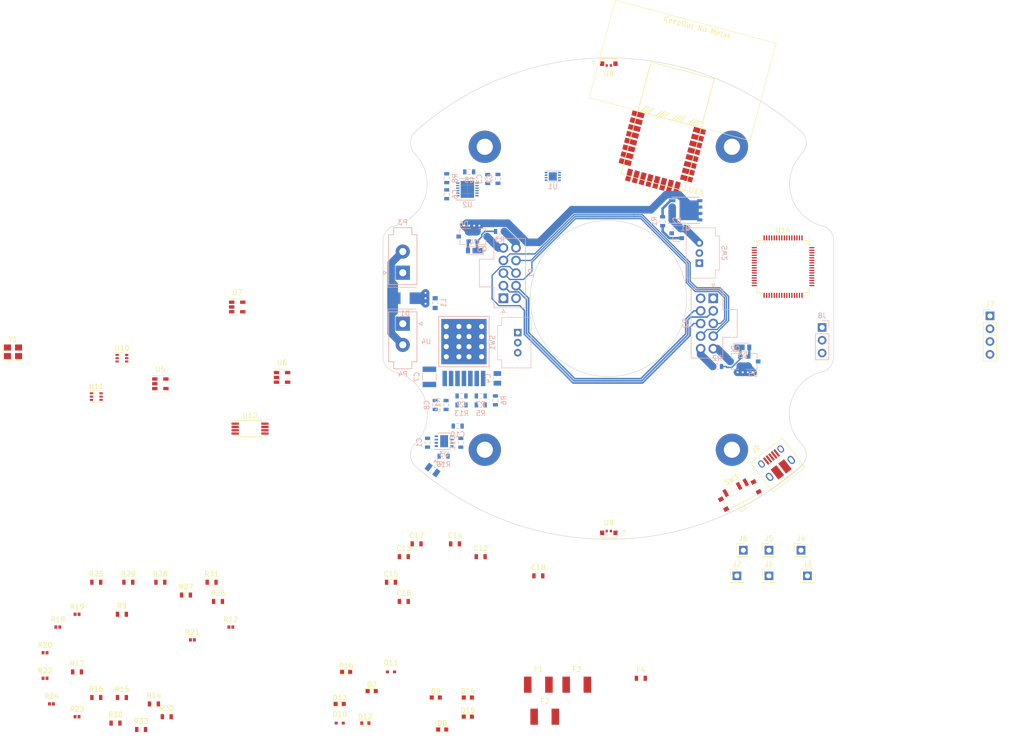
<source format=kicad_pcb>
(kicad_pcb (version 4) (host pcbnew 4.0.7-e2-6376~58~ubuntu16.04.1)
  (layers (0 F.Cu signal) (1 In1.Cu power) (2 In2.Cu power) (31 B.Cu signal) (34 B.Paste user) (35 F.Paste user) (36 B.SilkS user) (37 F.SilkS user) (38 B.Mask user) (39 F.Mask user) (44 Edge.Cuts user))
  (net 0 "")
  (net 1 GND)
  (net 2 "Net-(D14-Pad2)")
  (net 3 /Power_conversion/V5_FUSE)
  (net 4 /Power_conversion/3V3_FUSE)
  (net 5 /uC_and_Sensors/DWM_CS)
  (net 6 /uC_and_Sensors/DWM_MOSI)
  (net 7 /uC_and_Sensors/DWM_MISO)
  (net 8 /uC_and_Sensors/DWM_CLK)
  (net 9 /uC_and_Sensors/DWM_IRQ)
  (net 10 /uC_and_Sensors/WAKEUP)
  (net 11 /uC_and_Sensors/RESET)
  (net 12 /uC_and_Sensors/TXLED)
  (net 13 /uC_and_Sensors/RXXLED)
  (net 14 "Net-(R27-Pad1)")
  (net 15 "Net-(R32-Pad1)")
  (net 16 "Net-(D4-Pad1)")
  (net 17 /uC_and_Sensors/uC_status)
  (net 18 +24V)
  (net 19 GNDPWR)
  (net 20 +3V3)
  (net 21 /uC_and_Sensors/RGB_R_led)
  (net 22 /uC_and_Sensors/RGB_G_led)
  (net 23 /uC_and_Sensors/RGB_B_led)
  (net 24 /uC_and_Sensors/rgb_g)
  (net 25 /uC_and_Sensors/rgb_r)
  (net 26 /uC_and_Sensors/rgb_b)
  (net 27 /Power_conversion/4V_EN)
  (net 28 /Power_conversion/4V)
  (net 29 /Power_conversion/3V3_out)
  (net 30 /signal_1s)
  (net 31 /signal_2s)
  (net 32 /signal_3s)
  (net 33 /signal_4s)
  (net 34 /signal_5s)
  (net 35 /signal_6s)
  (net 36 "Net-(C5-Pad1)")
  (net 37 /Power_conversion/V5)
  (net 38 /Power_conversion/V5_out)
  (net 39 /uC_and_Sensors/VUSB)
  (net 40 /uC_and_Sensors/V_uC)
  (net 41 /Power_conversion/4V_out)
  (net 42 /V24_in_ext)
  (net 43 "Net-(D2-Pad2)")
  (net 44 /Power_conversion/3V3)
  (net 45 /V24_in_batt)
  (net 46 /uC_and_Sensors/LED/T13)
  (net 47 "Net-(D13-Pad1)")
  (net 48 /Power_conversion/4V_FUSE)
  (net 49 /Power_conversion/4V_cur)
  (net 50 /Power_conversion/3V3_cur)
  (net 51 /uC_and_Sensors/SWD_CLK)
  (net 52 /uC_and_Sensors/SWD_DIO)
  (net 53 "Net-(J9-Pad2)")
  (net 54 "Net-(J9-Pad3)")
  (net 55 /V24_in_batt_raw)
  (net 56 /V24_in_ext_raw)
  (net 57 "Net-(Q1-Pad4)")
  (net 58 "Net-(R23-Pad2)")
  (net 59 "Net-(SW1-Pad2)")
  (net 60 "Net-(C8-Pad2)")
  (net 61 "Net-(C9-Pad1)")
  (net 62 "Net-(C10-Pad2)")
  (net 63 "Net-(C15-Pad2)")
  (net 64 "Net-(D3-Pad2)")
  (net 65 "Net-(D3-Pad1)")
  (net 66 "Net-(D4-Pad2)")
  (net 67 "Net-(D7-Pad1)")
  (net 68 "Net-(D8-Pad1)")
  (net 69 "Net-(D9-Pad1)")
  (net 70 "Net-(D15-Pad2)")
  (net 71 "Net-(D16-Pad1)")
  (net 72 "Net-(R5-Pad2)")
  (net 73 "Net-(R7-Pad1)")
  (net 74 "Net-(R10-Pad1)")
  (net 75 "Net-(R18-Pad1)")
  (net 76 "Net-(R19-Pad2)")
  (net 77 "Net-(R20-Pad2)")
  (net 78 "Net-(R21-Pad2)")
  (net 79 "Net-(R22-Pad2)")
  (net 80 "Net-(R24-Pad2)")
  (net 81 "Net-(R25-Pad2)")
  (net 82 "Net-(R31-Pad2)")
  (net 83 "Net-(U14-Pad3)")
  (net 84 "Net-(U14-Pad32)")
  (net 85 "Net-(U14-Pad33)")
  (module Housings_DFN_QFN:DFN-12-1EP_4x4mm_Pitch0.5mm (layer B.Cu) (at 120.553 83.3535)
    (fp_text reference U2 (at 0 3.05) (layer B.SilkS) (effects (justify mirror)))
    (fp_text value LT3083-DFN)
    (pad 1 smd rect (at -1.9 1.25) (size 0.7 0.25) (layers B.Cu B.Paste B.Mask) (net 29 /Power_conversion/3V3_out))
    (pad 2 smd rect (at -1.9 0.75) (size 0.7 0.25) (layers B.Cu B.Paste B.Mask) (net 29 /Power_conversion/3V3_out))
    (pad 3 smd rect (at -1.9 0.25) (size 0.7 0.25) (layers B.Cu B.Paste B.Mask) (net 29 /Power_conversion/3V3_out))
    (pad 4 smd rect (at -1.9 -0.25) (size 0.7 0.25) (layers B.Cu B.Paste B.Mask) (net 29 /Power_conversion/3V3_out))
    (pad 5 smd rect (at -1.9 -0.75) (size 0.7 0.25) (layers B.Cu B.Paste B.Mask) (net 29 /Power_conversion/3V3_out))
    (pad 6 smd rect (at -1.9 -1.25) (size 0.7 0.25) (layers B.Cu B.Paste B.Mask) (net 36 "Net-(C5-Pad1)"))
    (pad 7 smd rect (at 1.9 -1.25) (size 0.7 0.25) (layers B.Cu B.Paste B.Mask) (net 37 /Power_conversion/V5))
    (pad 8 smd rect (at 1.9 -0.75) (size 0.7 0.25) (layers B.Cu B.Paste B.Mask) (net 37 /Power_conversion/V5))
    (pad 9 smd rect (at 1.9 -0.25) (size 0.7 0.25) (layers B.Cu B.Paste B.Mask) (net 37 /Power_conversion/V5))
    (pad 10 smd rect (at 1.9 0.25) (size 0.7 0.25) (layers B.Cu B.Paste B.Mask) (net 37 /Power_conversion/V5))
    (pad 11 smd rect (at 1.9 0.75) (size 0.7 0.25) (layers B.Cu B.Paste B.Mask))
    (pad 12 smd rect (at 1.9 1.25) (size 0.7 0.25) (layers B.Cu B.Paste B.Mask) (net 37 /Power_conversion/V5))
    (pad 13 smd rect (at 0.665 -1.2675) (size 1.33 0.845) (layers B.Cu B.Paste B.Mask) (net 29 /Power_conversion/3V3_out))
    (pad 13 smd rect (at 0.665 -0.4225) (size 1.33 0.845) (layers B.Cu B.Paste B.Mask) (net 29 /Power_conversion/3V3_out))
    (pad 13 smd rect (at 0.665 0.4225) (size 1.33 0.845) (layers B.Cu B.Paste B.Mask) (net 29 /Power_conversion/3V3_out))
    (pad 13 smd rect (at 0.665 1.2675) (size 1.33 0.845) (layers B.Cu B.Paste B.Mask) (net 29 /Power_conversion/3V3_out))
    (pad 13 smd rect (at -0.665 -1.2675) (size 1.33 0.845) (layers B.Cu B.Paste B.Mask) (net 29 /Power_conversion/3V3_out))
    (pad 13 smd rect (at -0.665 -0.4225) (size 1.33 0.845) (layers B.Cu B.Paste B.Mask) (net 29 /Power_conversion/3V3_out))
    (pad 13 smd rect (at -0.665 0.4225) (size 1.33 0.845) (layers B.Cu B.Paste B.Mask) (net 29 /Power_conversion/3V3_out))
    (pad 13 smd rect (at -0.665 1.2675) (size 1.33 0.845) (layers B.Cu B.Paste B.Mask) (net 29 /Power_conversion/3V3_out))
  )
  (module Capacitor_SMD:C_0603_1608Metric (layer B.Cu) (at 112.649 133.604 270)
    (fp_text reference C1 (at 0 1.65 270) (layer B.SilkS) (effects (justify mirror)))
    (fp_text value 4.7uF)
    (pad 1 smd rect (at -0.875 0 270) (size 0.67 1) (layers B.Cu B.Paste B.Mask) (net 37 /Power_conversion/V5))
    (pad 2 smd rect (at 0.875 0 270) (size 0.67 1) (layers B.Cu B.Paste B.Mask) (net 1 GND))
  )
  (module Capacitor_SMD:C_0603_1608Metric (layer B.Cu) (at 120.918 79.883)
    (fp_text reference C5 (at 0 1.65) (layer B.SilkS) (effects (justify mirror)))
    (fp_text value 10pF)
    (pad 1 smd rect (at -0.875 0) (size 0.67 1) (layers B.Cu B.Paste B.Mask) (net 36 "Net-(C5-Pad1)"))
    (pad 2 smd rect (at 0.875 0) (size 0.67 1) (layers B.Cu B.Paste B.Mask) (net 1 GND))
  )
  (module Capacitor_SMD:C_0603_1608Metric (layer B.Cu) (at 116.459 84.328 90)
    (fp_text reference C6 (at 0 1.65 90) (layer B.SilkS) (effects (justify mirror)))
    (fp_text value 10uF)
    (pad 1 smd rect (at -0.875 0 90) (size 0.67 1) (layers B.Cu B.Paste B.Mask) (net 29 /Power_conversion/3V3_out))
    (pad 2 smd rect (at 0.875 0 90) (size 0.67 1) (layers B.Cu B.Paste B.Mask) (net 1 GND))
  )
  (module Capacitor_SMD:C_0603_1608Metric (layer B.Cu) (at 114.173 126.125 270)
    (fp_text reference C8 (at 0 1.65 270) (layer B.SilkS) (effects (justify mirror)))
    (fp_text value 0.022uF)
    (pad 1 smd rect (at -0.875 0 270) (size 0.67 1) (layers B.Cu B.Paste B.Mask) (net 38 /Power_conversion/V5_out))
    (pad 2 smd rect (at 0.875 0 270) (size 0.67 1) (layers B.Cu B.Paste B.Mask) (net 60 "Net-(C8-Pad2)"))
  )
  (module Capacitor_SMD:C_0603_1608Metric (layer B.Cu) (at 119.394 124.333)
    (fp_text reference C9 (at 0 1.65) (layer B.SilkS) (effects (justify mirror)))
    (fp_text value 4700pF)
    (pad 1 smd rect (at -0.875 0) (size 0.67 1) (layers B.Cu B.Paste B.Mask) (net 61 "Net-(C9-Pad1)"))
    (pad 2 smd rect (at 0.875 0) (size 0.67 1) (layers B.Cu B.Paste B.Mask) (net 1 GND))
  )
  (module Capacitor_SMD:C_0603_1608Metric (layer B.Cu) (at 118.632 130.302)
    (fp_text reference C10 (at 0 1.65) (layer B.SilkS) (effects (justify mirror)))
    (fp_text value 10nF)
    (pad 1 smd rect (at -0.875 0) (size 0.67 1) (layers B.Cu B.Paste B.Mask) (net 41 /Power_conversion/4V_out))
    (pad 2 smd rect (at 0.875 0) (size 0.67 1) (layers B.Cu B.Paste B.Mask) (net 62 "Net-(C10-Pad2)"))
  )
  (module Capacitor_SMD:C_0603_1608Metric (layer B.Cu) (at 119.253 133.618 270)
    (fp_text reference C11 (at 0 1.65 270) (layer B.SilkS) (effects (justify mirror)))
    (fp_text value 4.7uF)
    (pad 1 smd rect (at -0.875 0 270) (size 0.67 1) (layers B.Cu B.Paste B.Mask) (net 41 /Power_conversion/4V_out))
    (pad 2 smd rect (at 0.875 0 270) (size 0.67 1) (layers B.Cu B.Paste B.Mask) (net 1 GND))
  )
  (module Capacitor_SMD:C_0603_1608Metric (layer F.Cu) (at 123.19 156.21)
    (fp_text reference C12 (at 0 -1.65) (layer F.SilkS))
    (fp_text value 0.1uF)
    (pad 1 smd rect (at -0.875 0) (size 0.67 1) (layers F.Cu F.Paste F.Mask) (net 39 /uC_and_Sensors/VUSB))
    (pad 2 smd rect (at 0.875 0) (size 0.67 1) (layers F.Cu F.Paste F.Mask) (net 1 GND))
  )
  (module Capacitor_SMD:C_0603_1608Metric (layer F.Cu) (at 107.95 156.21)
    (fp_text reference C13 (at 0 -1.65) (layer F.SilkS))
    (fp_text value 0.1uF)
    (pad 1 smd rect (at -0.875 0) (size 0.67 1) (layers F.Cu F.Paste F.Mask) (net 1 GND))
    (pad 2 smd rect (at 0.875 0) (size 0.67 1) (layers F.Cu F.Paste F.Mask) (net 20 +3V3))
  )
  (module Capacitor_SMD:C_0603_1608Metric (layer F.Cu) (at 118.11 153.67)
    (fp_text reference C14 (at 0 -1.65) (layer F.SilkS))
    (fp_text value 10uF)
    (pad 1 smd rect (at -0.875 0) (size 0.67 1) (layers F.Cu F.Paste F.Mask) (net 40 /uC_and_Sensors/V_uC))
    (pad 2 smd rect (at 0.875 0) (size 0.67 1) (layers F.Cu F.Paste F.Mask) (net 1 GND))
  )
  (module Capacitor_SMD:C_0603_1608Metric (layer F.Cu) (at 105.41 161.29)
    (fp_text reference C15 (at 0 -1.65) (layer F.SilkS))
    (fp_text value 2.2uF)
    (pad 1 smd rect (at -0.875 0) (size 0.67 1) (layers F.Cu F.Paste F.Mask) (net 1 GND))
    (pad 2 smd rect (at 0.875 0) (size 0.67 1) (layers F.Cu F.Paste F.Mask) (net 63 "Net-(C15-Pad2)"))
  )
  (module Capacitor_SMD:C_0603_1608Metric (layer F.Cu) (at 107.95 165.1)
    (fp_text reference C16 (at 0 -1.65) (layer F.SilkS))
    (fp_text value 0.1uF)
    (pad 1 smd rect (at -0.875 0) (size 0.67 1) (layers F.Cu F.Paste F.Mask) (net 40 /uC_and_Sensors/V_uC))
    (pad 2 smd rect (at 0.875 0) (size 0.67 1) (layers F.Cu F.Paste F.Mask) (net 1 GND))
  )
  (module Capacitor_SMD:C_0603_1608Metric (layer F.Cu) (at 110.49 153.67)
    (fp_text reference C17 (at 0 -1.65) (layer F.SilkS))
    (fp_text value 0.1uF)
    (pad 1 smd rect (at -0.875 0) (size 0.67 1) (layers F.Cu F.Paste F.Mask) (net 40 /uC_and_Sensors/V_uC))
    (pad 2 smd rect (at 0.875 0) (size 0.67 1) (layers F.Cu F.Paste F.Mask) (net 1 GND))
  )
  (module LEDs:LED_0603 (layer F.Cu) (at 101.6 182.88)
    (fp_text reference D7 (at 0 -1.25) (layer F.SilkS))
    (fp_text value GRN_LED)
    (pad 2 smd rect (at 0.8 0 180) (size 0.8 0.8) (layers F.Cu F.Paste F.Mask) (net 44 /Power_conversion/3V3))
    (pad 1 smd rect (at -0.8 0 180) (size 0.8 0.8) (layers F.Cu F.Paste F.Mask) (net 67 "Net-(D7-Pad1)"))
  )
  (module SLP1006P2:SLP1006P2 (layer F.Cu) (at 95.25 189.23)
    (fp_text reference D10 (at 0 -1.778) (layer F.SilkS))
    (fp_text value uClamp0511P)
    (pad 1 smd rect (at 0.7 0) (size 0.6 0.55) (layers F.Cu F.Paste F.Mask) (net 1 GND))
    (pad 2 smd rect (at -0.7 0) (size 0.6 0.55) (layers F.Cu F.Paste F.Mask) (net 37 /Power_conversion/V5))
  )
  (module Diode_SMD:D_SOD-523 (layer F.Cu) (at 100.33 189.23)
    (fp_text reference D12 (at 0 -1.3) (layer F.SilkS))
    (fp_text value "ESD5Z2.5T1G ")
    (pad 2 smd rect (at 0.7 0 180) (size 0.6 0.7) (layers F.Cu F.Paste F.Mask) (net 28 /Power_conversion/4V))
    (pad 1 smd rect (at -0.7 0 180) (size 0.6 0.7) (layers F.Cu F.Paste F.Mask) (net 1 GND))
  )
  (module LEDs:LED_0603 (layer F.Cu) (at 95.25 185.42)
    (fp_text reference D13 (at 0 -1.25) (layer F.SilkS))
    (fp_text value uC_status)
    (pad 2 smd rect (at 0.8 0 180) (size 0.8 0.8) (layers F.Cu F.Paste F.Mask) (net 20 +3V3))
    (pad 1 smd rect (at -0.8 0 180) (size 0.8 0.8) (layers F.Cu F.Paste F.Mask) (net 47 "Net-(D13-Pad1)"))
  )
  (module LEDs:LED_0603 (layer F.Cu) (at 96.52 179.07)
    (fp_text reference D16 (at 0 -1.25) (layer F.SilkS))
    (fp_text value LED)
    (pad 2 smd rect (at 0.8 0 180) (size 0.8 0.8) (layers F.Cu F.Paste F.Mask) (net 46 /uC_and_Sensors/LED/T13))
    (pad 1 smd rect (at -0.8 0 180) (size 0.8 0.8) (layers F.Cu F.Paste F.Mask) (net 71 "Net-(D16-Pad1)"))
  )
  (module SMD-1812:SMD-1812 (layer F.Cu) (at 134.62 181.61)
    (fp_text reference F1 (at 0 -3.048) (layer F.SilkS))
    (fp_text value MF-MSMF200-2)
    (pad 1 smd rect (at 2.1 0) (size 1.5 3.2) (layers F.Cu F.Paste F.Mask) (net 38 /Power_conversion/V5_out))
    (pad 2 smd rect (at -2.1 0) (size 1.5 3.2) (layers F.Cu F.Paste F.Mask) (net 3 /Power_conversion/V5_FUSE))
  )
  (module SMD-1812:SMD-1812 (layer F.Cu) (at 142.24 181.61)
    (fp_text reference F3 (at 0 -3.048) (layer F.SilkS))
    (fp_text value MF-MSMF150-2)
    (pad 1 smd rect (at 2.1 0) (size 1.5 3.2) (layers F.Cu F.Paste F.Mask) (net 41 /Power_conversion/4V_out))
    (pad 2 smd rect (at -2.1 0) (size 1.5 3.2) (layers F.Cu F.Paste F.Mask) (net 48 /Power_conversion/4V_FUSE))
  )
  (module Pin_Headers:Pin_Header_Straight_1x01_Pitch2.54mm (layer F.Cu) (at 180.34 160.02)
    (fp_text reference J1 (at 0 -2.33) (layer F.SilkS))
    (fp_text value Conn_01x01)
    (pad 1 thru_hole rect (at 0 0) (size 1.7 1.7) (drill 1) (layers *.Cu *.Mask))
  )
  (module Pin_Headers:Pin_Header_Straight_1x01_Pitch2.54mm (layer F.Cu) (at 173.99 160.02)
    (fp_text reference J2 (at 0 -2.33) (layer F.SilkS))
    (fp_text value Conn_01x01)
    (pad 1 thru_hole rect (at 0 0) (size 1.7 1.7) (drill 1) (layers *.Cu *.Mask) (net 28 /Power_conversion/4V))
  )
  (module Pin_Headers:Pin_Header_Straight_1x01_Pitch2.54mm (layer F.Cu) (at 187.96 160.02)
    (fp_text reference J3 (at 0 -2.33) (layer F.SilkS))
    (fp_text value Conn_01x01)
    (pad 1 thru_hole rect (at 0 0) (size 1.7 1.7) (drill 1) (layers *.Cu *.Mask) (net 44 /Power_conversion/3V3))
  )
  (module Pin_Headers:Pin_Header_Straight_1x01_Pitch2.54mm (layer F.Cu) (at 186.69 154.94)
    (fp_text reference J4 (at 0 -2.33) (layer F.SilkS))
    (fp_text value Conn_01x01)
    (pad 1 thru_hole rect (at 0 0) (size 1.7 1.7) (drill 1) (layers *.Cu *.Mask))
  )
  (module Pin_Headers:Pin_Header_Straight_1x01_Pitch2.54mm (layer F.Cu) (at 180.34 154.94)
    (fp_text reference J5 (at 0 -2.33) (layer F.SilkS))
    (fp_text value Conn_01x01)
    (pad 1 thru_hole rect (at 0 0) (size 1.7 1.7) (drill 1) (layers *.Cu *.Mask) (net 49 /Power_conversion/4V_cur))
  )
  (module Pin_Headers:Pin_Header_Straight_1x01_Pitch2.54mm (layer F.Cu) (at 175.26 154.94)
    (fp_text reference J6 (at 0 -2.33) (layer F.SilkS))
    (fp_text value Conn_01x01)
    (pad 1 thru_hole rect (at 0 0) (size 1.7 1.7) (drill 1) (layers *.Cu *.Mask) (net 50 /Power_conversion/3V3_cur))
  )
  (module Pin_Headers:Pin_Header_Straight_1x04_Pitch2.54mm (layer F.Cu) (at 224.155 108.458)
    (fp_text reference J7 (at 0 -2.33) (layer F.SilkS))
    (fp_text value Conn_01x04_Male)
    (pad 1 thru_hole rect (at 0 0) (size 1.7 1.7) (drill 1) (layers *.Cu *.Mask) (net 25 /uC_and_Sensors/rgb_r))
    (pad 2 thru_hole oval (at 0 2.54) (size 1.7 1.7) (drill 1) (layers *.Cu *.Mask) (net 24 /uC_and_Sensors/rgb_g))
    (pad 3 thru_hole oval (at 0 5.08) (size 1.7 1.7) (drill 1) (layers *.Cu *.Mask) (net 26 /uC_and_Sensors/rgb_b))
    (pad 4 thru_hole oval (at 0 7.62) (size 1.7 1.7) (drill 1) (layers *.Cu *.Mask) (net 17 /uC_and_Sensors/uC_status))
  )
  (module Pin_Headers:Pin_Header_Straight_1x03_Pitch2.54mm (layer B.Cu) (at 190.881 110.744 180)
    (fp_text reference J8 (at 0 2.33 180) (layer B.SilkS) (effects (justify mirror)))
    (fp_text value Conn_01x03_Male)
    (pad 1 thru_hole rect (at 0 0 180) (size 1.7 1.7) (drill 1) (layers *.Cu *.Mask) (net 11 /uC_and_Sensors/RESET))
    (pad 2 thru_hole oval (at 0 -2.54 180) (size 1.7 1.7) (drill 1) (layers *.Cu *.Mask) (net 52 /uC_and_Sensors/SWD_DIO))
    (pad 3 thru_hole oval (at 0 -5.08 180) (size 1.7 1.7) (drill 1) (layers *.Cu *.Mask) (net 51 /uC_and_Sensors/SWD_CLK))
  )
  (module Connectors:USB_Micro-B_10103594-0001LF (layer F.Cu) (at 181.761138 137.617458 38)
    (fp_text reference J9 (at -1.5 -4.62 38) (layer F.SilkS))
    (fp_text value USB_OTG)
    (pad 1 smd rect (at -1.3 -1.5 128) (size 1.65 0.4) (layers F.Cu F.Paste F.Mask) (net 63 "Net-(C15-Pad2)"))
    (pad 2 smd rect (at -0.65 -1.5 128) (size 1.65 0.4) (layers F.Cu F.Paste F.Mask) (net 53 "Net-(J9-Pad2)"))
    (pad 3 smd rect (at 0 -1.5 128) (size 1.65 0.4) (layers F.Cu F.Paste F.Mask) (net 54 "Net-(J9-Pad3)"))
    (pad 4 smd rect (at 0.65 -1.5 128) (size 1.65 0.4) (layers F.Cu F.Paste F.Mask))
    (pad 5 smd rect (at 1.3 -1.5 128) (size 1.65 0.4) (layers F.Cu F.Paste F.Mask) (net 1 GND))
    (pad 6 thru_hole oval (at -2.42 -1.62 128) (size 1.5 1.1) (drill oval 1.05 0.65) (layers *.Cu *.Mask) (net 1 GND))
    (pad 6 thru_hole oval (at 2.42 -1.62 128) (size 1.5 1.1) (drill oval 1.05 0.65) (layers *.Cu *.Mask) (net 1 GND))
    (pad 6 thru_hole oval (at -2.73 1.38 128) (size 1.7 1.2) (drill oval 1.2 0.7) (layers *.Cu *.Mask) (net 1 GND))
    (pad 6 thru_hole oval (at 2.73 1.38 128) (size 1.7 1.2) (drill oval 1.2 0.7) (layers *.Cu *.Mask) (net 1 GND))
    (pad 6 smd rect (at -0.96 1.62 128) (size 2.5 1.43) (layers F.Cu F.Paste F.Mask) (net 1 GND))
    (pad 6 smd rect (at 0.96 1.62 128) (size 2.5 1.43) (layers F.Cu F.Paste F.Mask) (net 1 GND))
  )
  (module Mounting_Holes:MountingHole_3.2mm_M3_Pad (layer F.Cu) (at 124.011 135.0036)
    (fp_text reference P5 hide)
    (fp_text value "Mounting Holes")
    (pad 1 thru_hole circle (at 0 0) (size 6.4 6.4) (drill 3.2) (layers *.Cu *.Mask) (net 1 GND))
  )
  (module Mounting_Holes:MountingHole_3.2mm_M3_Pad (layer F.Cu) (at 173.0011 135.0036)
    (fp_text reference P6 hide)
    (fp_text value "Mounting Holes")
    (pad 1 thru_hole circle (at 0 0) (size 6.4 6.4) (drill 3.2) (layers *.Cu *.Mask) (net 1 GND))
  )
  (module Mounting_Holes:MountingHole_3.2mm_M3_Pad (layer F.Cu) (at 173.0011 74.905452)
    (fp_text reference P7 hide)
    (fp_text value "Mounting Holes")
    (pad 1 thru_hole circle (at 0 0) (size 6.4 6.4) (drill 3.2) (layers *.Cu *.Mask))
  )
  (module Mounting_Holes:MountingHole_3.2mm_M3_Pad (layer F.Cu) (at 124.011 74.905452)
    (fp_text reference P8 hide)
    (fp_text value "Mounting Holes")
    (pad 1 thru_hole circle (at 0 0) (size 6.4 6.4) (drill 3.2) (layers *.Cu *.Mask))
  )
  (module SMD_Packages:SO-8_PowerPAK_Vishay_Single (layer B.Cu) (at 163.83 87.503)
    (fp_text reference Q1 (at 0 3.5) (layer B.SilkS) (effects (justify mirror)))
    (fp_text value Si7461DP)
    (pad 1 smd rect (at -2.67 1.905) (size 1.27 0.61) (layers B.Cu B.Paste B.Mask) (net 42 /V24_in_ext))
    (pad 2 smd rect (at -2.67 0.635) (size 1.27 0.61) (layers B.Cu B.Paste B.Mask) (net 42 /V24_in_ext))
    (pad 3 smd rect (at -2.67 -0.635) (size 1.27 0.61) (layers B.Cu B.Paste B.Mask) (net 42 /V24_in_ext))
    (pad 4 smd rect (at -2.67 -1.905) (size 1.27 0.61) (layers B.Cu B.Paste B.Mask) (net 57 "Net-(Q1-Pad4)"))
    (pad 5 smd rect (at 2.795 -1.905) (size 1.02 0.61) (layers B.Cu B.Paste B.Mask) (net 45 /V24_in_batt))
    (pad 5 smd rect (at 2.795 -0.635) (size 1.02 0.61) (layers B.Cu B.Paste B.Mask) (net 45 /V24_in_batt))
    (pad 5 smd rect (at 2.795 0.635) (size 1.02 0.61) (layers B.Cu B.Paste B.Mask) (net 45 /V24_in_batt))
    (pad 5 smd rect (at 2.795 1.905) (size 1.02 0.61) (layers B.Cu B.Paste B.Mask) (net 45 /V24_in_batt))
    (pad 5 smd rect (at 0.69 0) (size 3.81 3.91) (layers B.Cu B.Paste B.Mask) (net 45 /V24_in_batt))
  )
  (module Package_TO_SOT_SMD:SOT-23 (layer B.Cu) (at 173.655 117.491 180)
    (fp_text reference Q2 (at 0 2.5 180) (layer B.SilkS) (effects (justify mirror)))
    (fp_text value Q_PMOS_GSD)
    (pad 1 smd rect (at -1 0.95 180) (size 0.9 0.8) (layers B.Cu B.Paste B.Mask) (net 65 "Net-(D3-Pad1)"))
    (pad 2 smd rect (at -1 -0.95 180) (size 0.9 0.8) (layers B.Cu B.Paste B.Mask) (net 42 /V24_in_ext))
    (pad 3 smd rect (at 1 0 180) (size 0.9 0.8) (layers B.Cu B.Paste B.Mask) (net 56 /V24_in_ext_raw))
  )
  (module Package_TO_SOT_SMD:SOT-23 (layer B.Cu) (at 123.444 92.71)
    (fp_text reference Q3 (at 0 2.5) (layer B.SilkS) (effects (justify mirror)))
    (fp_text value Q_PMOS_GSD)
    (pad 1 smd rect (at -1 0.95) (size 0.9 0.8) (layers B.Cu B.Paste B.Mask) (net 16 "Net-(D4-Pad1)"))
    (pad 2 smd rect (at -1 -0.95) (size 0.9 0.8) (layers B.Cu B.Paste B.Mask) (net 45 /V24_in_batt))
    (pad 3 smd rect (at 1 0) (size 0.9 0.8) (layers B.Cu B.Paste B.Mask) (net 55 /V24_in_batt_raw))
  )
  (module Resistor_SMD:R_0603_1608Metric (layer B.Cu) (at 159.258 89.676 270)
    (fp_text reference R1 (at 0 1.65 270) (layer B.SilkS) (effects (justify mirror)))
    (fp_text value 10k)
    (pad 1 smd rect (at -0.875 0 270) (size 0.67 1) (layers B.Cu B.Paste B.Mask) (net 57 "Net-(Q1-Pad4)"))
    (pad 2 smd rect (at 0.875 0 270) (size 0.67 1) (layers B.Cu B.Paste B.Mask) (net 43 "Net-(D2-Pad2)"))
  )
  (module Resistor_SMD:R_0603_1608Metric (layer B.Cu) (at 170.067 118.491 180)
    (fp_text reference R2 (at 0 1.65 180) (layer B.SilkS) (effects (justify mirror)))
    (fp_text value 10k)
    (pad 1 smd rect (at -0.875 0 180) (size 0.67 1) (layers B.Cu B.Paste B.Mask) (net 65 "Net-(D3-Pad1)"))
    (pad 2 smd rect (at 0.875 0 180) (size 0.67 1) (layers B.Cu B.Paste B.Mask) (net 19 GNDPWR))
  )
  (module Resistor_SMD:R_0603_1608Metric (layer B.Cu) (at 127.014 91.694)
    (fp_text reference R3 (at 0 1.65) (layer B.SilkS) (effects (justify mirror)))
    (fp_text value 10k)
    (pad 1 smd rect (at -0.875 0) (size 0.67 1) (layers B.Cu B.Paste B.Mask) (net 16 "Net-(D4-Pad1)"))
    (pad 2 smd rect (at 0.875 0) (size 0.67 1) (layers B.Cu B.Paste B.Mask) (net 19 GNDPWR))
  )
  (module Resistor_SMD:R_0603_1608Metric (layer B.Cu) (at 123.204 126.111)
    (fp_text reference R5 (at 0 1.65) (layer B.SilkS) (effects (justify mirror)))
    (fp_text value 10k)
    (pad 1 smd rect (at -0.875 0) (size 0.67 1) (layers B.Cu B.Paste B.Mask) (net 1 GND))
    (pad 2 smd rect (at 0.875 0) (size 0.67 1) (layers B.Cu B.Paste B.Mask) (net 72 "Net-(R5-Pad2)"))
  )
  (module Resistor_SMD:R_0603_1608Metric (layer B.Cu) (at 126.111 125.208 90)
    (fp_text reference R6 (at 0 1.65 90) (layer B.SilkS) (effects (justify mirror)))
    (fp_text value 178k)
    (pad 1 smd rect (at -0.875 0 90) (size 0.67 1) (layers B.Cu B.Paste B.Mask) (net 72 "Net-(R5-Pad2)"))
    (pad 2 smd rect (at 0.875 0 90) (size 0.67 1) (layers B.Cu B.Paste B.Mask) (net 18 +24V))
  )
  (module Resistor_SMD:R_0603_1608Metric (layer B.Cu) (at 123.204 124.333)
    (fp_text reference R7 (at 0 1.65) (layer B.SilkS) (effects (justify mirror)))
    (fp_text value 100k)
    (pad 1 smd rect (at -0.875 0) (size 0.67 1) (layers B.Cu B.Paste B.Mask) (net 73 "Net-(R7-Pad1)"))
    (pad 2 smd rect (at 0.875 0) (size 0.67 1) (layers B.Cu B.Paste B.Mask) (net 18 +24V))
  )
  (module Resistor_SMD:R_0603_1608Metric (layer F.Cu) (at 52.07 167.64)
    (fp_text reference R9 (at 0 -1.65) (layer F.SilkS))
    (fp_text value 680)
    (pad 1 smd rect (at -0.875 0) (size 0.67 1) (layers F.Cu F.Paste F.Mask) (net 1 GND))
    (pad 2 smd rect (at 0.875 0) (size 0.67 1) (layers F.Cu F.Paste F.Mask) (net 67 "Net-(D7-Pad1)"))
  )
  (module Resistor_SMD:R_0603_1608Metric (layer B.Cu) (at 115.838 136.271)
    (fp_text reference R10 (at 0 1.65) (layer B.SilkS) (effects (justify mirror)))
    (fp_text value 100k)
    (pad 1 smd rect (at -0.875 0) (size 0.67 1) (layers B.Cu B.Paste B.Mask) (net 74 "Net-(R10-Pad1)"))
    (pad 2 smd rect (at 0.875 0) (size 0.67 1) (layers B.Cu B.Paste B.Mask) (net 41 /Power_conversion/4V_out))
  )
  (module Resistor_SMD:R_0603_1608Metric (layer B.Cu) (at 116.332 126.125 270)
    (fp_text reference R11 (at 0 1.65 270) (layer B.SilkS) (effects (justify mirror)))
    (fp_text value 34k)
    (pad 1 smd rect (at -0.875 0 270) (size 0.67 1) (layers B.Cu B.Paste B.Mask) (net 38 /Power_conversion/V5_out))
    (pad 2 smd rect (at 0.875 0 270) (size 0.67 1) (layers B.Cu B.Paste B.Mask) (net 60 "Net-(C8-Pad2)"))
  )
  (module Resistor_SMD:R_0603_1608Metric (layer B.Cu) (at 119.394 126.111)
    (fp_text reference R13 (at 0 1.65) (layer B.SilkS) (effects (justify mirror)))
    (fp_text value 6.49k)
    (pad 1 smd rect (at -0.875 0) (size 0.67 1) (layers B.Cu B.Paste B.Mask) (net 60 "Net-(C8-Pad2)"))
    (pad 2 smd rect (at 0.875 0) (size 0.67 1) (layers B.Cu B.Paste B.Mask) (net 1 GND))
  )
  (module Resistor_SMD:R_0603_1608Metric (layer F.Cu) (at 58.42 185.42)
    (fp_text reference R14 (at 0 -1.65) (layer F.SilkS))
    (fp_text value 680)
    (pad 1 smd rect (at -0.875 0) (size 0.67 1) (layers F.Cu F.Paste F.Mask) (net 1 GND))
    (pad 2 smd rect (at 0.875 0) (size 0.67 1) (layers F.Cu F.Paste F.Mask) (net 69 "Net-(D9-Pad1)"))
  )
  (module Resistor_SMD:R_0603_1608Metric (layer F.Cu) (at 52.07 184.15)
    (fp_text reference R15 (at 0 -1.65) (layer F.SilkS))
    (fp_text value 0.02)
    (pad 1 smd rect (at -0.875 0) (size 0.67 1) (layers F.Cu F.Paste F.Mask) (net 37 /Power_conversion/V5))
    (pad 2 smd rect (at 0.875 0) (size 0.67 1) (layers F.Cu F.Paste F.Mask) (net 3 /Power_conversion/V5_FUSE))
  )
  (module Resistor_SMD:R_0603_1608Metric (layer F.Cu) (at 46.99 184.15)
    (fp_text reference R16 (at 0 -1.65) (layer F.SilkS))
    (fp_text value 0.02)
    (pad 1 smd rect (at -0.875 0) (size 0.67 1) (layers F.Cu F.Paste F.Mask) (net 44 /Power_conversion/3V3))
    (pad 2 smd rect (at 0.875 0) (size 0.67 1) (layers F.Cu F.Paste F.Mask) (net 4 /Power_conversion/3V3_FUSE))
  )
  (module Resistor_SMD:R_0603_1608Metric (layer F.Cu) (at 43.18 179.07)
    (fp_text reference R17 (at 0 -1.65) (layer F.SilkS))
    (fp_text value 0.02)
    (pad 1 smd rect (at -0.875 0) (size 0.67 1) (layers F.Cu F.Paste F.Mask) (net 28 /Power_conversion/4V))
    (pad 2 smd rect (at 0.875 0) (size 0.67 1) (layers F.Cu F.Paste F.Mask) (net 48 /Power_conversion/4V_FUSE))
  )
  (module Resistor_SMD:R_0603_1608Metric (layer F.Cu) (at 46.99 161.29)
    (fp_text reference R25 (at 0 -1.65) (layer F.SilkS))
    (fp_text value 100k)
    (pad 1 smd rect (at -0.875 0) (size 0.67 1) (layers F.Cu F.Paste F.Mask) (net 39 /uC_and_Sensors/VUSB))
    (pad 2 smd rect (at 0.875 0) (size 0.67 1) (layers F.Cu F.Paste F.Mask) (net 81 "Net-(R25-Pad2)"))
  )
  (module Button_Switch_SMD:SW_SPDT_PCM12 (layer F.Cu) (at 174.415653 143.795835 28)
    (fp_text reference SW3 (at 0 -3.2 28) (layer F.SilkS))
    (fp_text value SW_SPDT)
    (pad "" np_thru_hole circle (at -1.5 0.33 28) (size 0.9 0.9) (drill 0.9) (layers *.Cu *.Mask))
    (pad "" np_thru_hole circle (at 1.5 0.33 28) (size 0.9 0.9) (drill 0.9) (layers *.Cu *.Mask))
    (pad 1 smd rect (at -2.25 -1.43 28) (size 0.7 1.5) (layers F.Cu F.Paste F.Mask) (net 20 +3V3))
    (pad 2 smd rect (at 0.75 -1.43 28) (size 0.7 1.5) (layers F.Cu F.Paste F.Mask) (net 11 /uC_and_Sensors/RESET))
    (pad 3 smd rect (at 2.25 -1.43 28) (size 0.7 1.5) (layers F.Cu F.Paste F.Mask) (net 1 GND))
    (pad "" smd rect (at -3.65 1.43 28) (size 1 0.8) (layers F.Cu F.Paste F.Mask))
    (pad "" smd rect (at 3.65 1.43 28) (size 1 0.8) (layers F.Cu F.Paste F.Mask))
    (pad "" smd rect (at 3.65 -0.78 28) (size 1 0.8) (layers F.Cu F.Paste F.Mask))
    (pad "" smd rect (at -3.65 -0.78 28) (size 1 0.8) (layers F.Cu F.Paste F.Mask))
  )
  (module Package_CSP:LFCSP-8-1EP_2x3mm_P0.5mm (layer B.Cu) (at 137.486 80.784)
    (fp_text reference U1 (at 0 2) (layer B.SilkS) (effects (justify mirror)))
    (fp_text value ADG5419)
    (pad 1 smd rect (at -1.325 0.75) (size 0.55 0.28) (layers B.Cu B.Paste B.Mask) (net 18 +24V))
    (pad 2 smd rect (at -1.325 0.25) (size 0.55 0.28) (layers B.Cu B.Paste B.Mask) (net 45 /V24_in_batt))
    (pad 3 smd rect (at -1.325 -0.25) (size 0.55 0.28) (layers B.Cu B.Paste B.Mask) (net 1 GND))
    (pad 4 smd rect (at -1.325 -0.75) (size 0.55 0.28) (layers B.Cu B.Paste B.Mask) (net 45 /V24_in_batt))
    (pad 5 smd rect (at 1.325 -0.75) (size 0.55 0.28) (layers B.Cu B.Paste B.Mask) (net 59 "Net-(SW1-Pad2)"))
    (pad 6 smd rect (at 1.325 -0.25) (size 0.55 0.28) (layers B.Cu B.Paste B.Mask) (net 42 /V24_in_ext))
    (pad 7 smd rect (at 1.325 0.25) (size 0.55 0.28) (layers B.Cu B.Paste B.Mask) (net 1 GND))
    (pad 8 smd rect (at 1.325 0.75) (size 0.55 0.28) (layers B.Cu B.Paste B.Mask) (net 42 /V24_in_ext))
    (pad 9 smd rect (at 0 0) (size 1.6 1.65) (layers B.Cu B.Paste B.Mask))
  )
  (module Package_TO_SOT_SMD:SOT-23-5 (layer F.Cu) (at 59.69 121.92)
    (fp_text reference U5 (at 0 -2.9) (layer F.SilkS))
    (fp_text value INA197)
    (pad 1 smd rect (at -1.1 -0.95) (size 1.06 0.65) (layers F.Cu F.Paste F.Mask))
    (pad 2 smd rect (at -1.1 0) (size 1.06 0.65) (layers F.Cu F.Paste F.Mask) (net 1 GND))
    (pad 3 smd rect (at -1.1 0.95) (size 1.06 0.65) (layers F.Cu F.Paste F.Mask) (net 44 /Power_conversion/3V3))
    (pad 4 smd rect (at 1.1 0.95) (size 1.06 0.65) (layers F.Cu F.Paste F.Mask) (net 3 /Power_conversion/V5_FUSE))
    (pad 5 smd rect (at 1.1 -0.95) (size 1.06 0.65) (layers F.Cu F.Paste F.Mask) (net 37 /Power_conversion/V5))
  )
  (module Package_TO_SOT_SMD:SOT-23-5 (layer F.Cu) (at 74.93 106.68)
    (fp_text reference U7 (at 0 -2.9) (layer F.SilkS))
    (fp_text value INA197)
    (pad 1 smd rect (at -1.1 -0.95) (size 1.06 0.65) (layers F.Cu F.Paste F.Mask) (net 50 /Power_conversion/3V3_cur))
    (pad 2 smd rect (at -1.1 0) (size 1.06 0.65) (layers F.Cu F.Paste F.Mask) (net 1 GND))
    (pad 3 smd rect (at -1.1 0.95) (size 1.06 0.65) (layers F.Cu F.Paste F.Mask) (net 44 /Power_conversion/3V3))
    (pad 4 smd rect (at 1.1 0.95) (size 1.06 0.65) (layers F.Cu F.Paste F.Mask) (net 4 /Power_conversion/3V3_FUSE))
    (pad 5 smd rect (at 1.1 -0.95) (size 1.06 0.65) (layers F.Cu F.Paste F.Mask) (net 44 /Power_conversion/3V3))
  )
  (module Crystals:Crystal_SMD_Abracon_ABM8G-4pin_3.2x2.5mm (layer F.Cu) (at 30.48 115.57)
    (fp_text reference Y1 (at 0 -2.45) (layer F.SilkS))
    (fp_text value 16MHz)
    (pad 1 smd rect (at -1.1 0.85) (size 1.4 1.2) (layers F.Cu F.Paste F.Mask) (net 84 "Net-(U14-Pad32)"))
    (pad 2 smd rect (at 1.1 0.85) (size 1.4 1.2) (layers F.Cu F.Paste F.Mask) (net 1 GND))
    (pad 3 smd rect (at 1.1 -0.85) (size 1.4 1.2) (layers F.Cu F.Paste F.Mask) (net 85 "Net-(U14-Pad33)"))
    (pad 4 smd rect (at -1.1 -0.85) (size 1.4 1.2) (layers F.Cu F.Paste F.Mask) (net 1 GND))
  )
  (module Capacitor_SMD:C_0603_1608Metric (layer B.Cu) (at 126.619 81.266 270)
    (fp_text reference C2 (at 0 1.65 270) (layer B.SilkS) (effects (justify mirror)))
    (fp_text value 10uF)
    (pad 1 smd rect (at -0.875 0 270) (size 0.67 1) (layers B.Cu B.Paste B.Mask) (net 37 /Power_conversion/V5))
    (pad 2 smd rect (at 0.875 0 270) (size 0.67 1) (layers B.Cu B.Paste B.Mask) (net 1 GND))
  )
  (module Capacitor_SMD:C_0603_1608Metric (layer B.Cu) (at 124.587 81.294 270)
    (fp_text reference C3 (at 0 1.65 270) (layer B.SilkS) (effects (justify mirror)))
    (fp_text value 2.2uF)
    (pad 1 smd rect (at -0.875 0 270) (size 0.67 1) (layers B.Cu B.Paste B.Mask) (net 37 /Power_conversion/V5))
    (pad 2 smd rect (at 0.875 0 270) (size 0.67 1) (layers B.Cu B.Paste B.Mask) (net 1 GND))
  )
  (module Capacitor_SMD:C_0805_2012Metric (layer B.Cu) (at 126.492 120.838 270)
    (fp_text reference C4 (at 0 1.85 270) (layer B.SilkS) (effects (justify mirror)))
    (fp_text value 10uF)
    (pad 1 smd rect (at -0.955 0 270) (size 0.97 1.5) (layers B.Cu B.Paste B.Mask) (net 1 GND))
    (pad 2 smd rect (at 0.955 0 270) (size 0.97 1.5) (layers B.Cu B.Paste B.Mask) (net 18 +24V))
  )
  (module Capacitor_SMD:C_1210_3225Metric (layer B.Cu) (at 113.03 120.542 270)
    (fp_text reference C7 (at 0 2.5 270) (layer B.SilkS) (effects (justify mirror)))
    (fp_text value 100uF)
    (pad 1 smd rect (at -1.505 0 270) (size 1.07 2.7) (layers B.Cu B.Paste B.Mask) (net 1 GND))
    (pad 2 smd rect (at 1.505 0 270) (size 1.07 2.7) (layers B.Cu B.Paste B.Mask) (net 38 /Power_conversion/V5_out))
  )
  (module Capacitor_SMD:C_0603_1608Metric (layer F.Cu) (at 134.62 160.02)
    (fp_text reference C18 (at 0 -1.65) (layer F.SilkS))
    (fp_text value 0.1uF)
    (pad 1 smd rect (at -0.875 0) (size 0.67 1) (layers F.Cu F.Paste F.Mask) (net 1 GND))
    (pad 2 smd rect (at 0.875 0) (size 0.67 1) (layers F.Cu F.Paste F.Mask))
  )
  (module Diode_SMD:D_SMB (layer B.Cu) (at 108.204 104.9454)
    (fp_text reference D1 (at 0 3) (layer B.SilkS) (effects (justify mirror)))
    (fp_text value P6SMB30AT3G)
    (pad 1 smd rect (at -2.15 0) (size 2.5 2.3) (layers B.Cu B.Paste B.Mask) (net 18 +24V))
    (pad 2 smd rect (at 2.15 0) (size 2.5 2.3) (layers B.Cu B.Paste B.Mask) (net 19 GNDPWR))
  )
  (module Package_TO_SOT_SMD:SOT-23 (layer B.Cu) (at 162.052 92.075 180)
    (fp_text reference D2 (at 0 2.5 180) (layer B.SilkS) (effects (justify mirror)))
    (fp_text value 15V)
    (pad 1 smd rect (at -1 0.95 180) (size 0.9 0.8) (layers B.Cu B.Paste B.Mask) (net 42 /V24_in_ext))
    (pad 2 smd rect (at -1 -0.95 180) (size 0.9 0.8) (layers B.Cu B.Paste B.Mask) (net 43 "Net-(D2-Pad2)"))
    (pad 3 smd rect (at 1 0 180) (size 0.9 0.8) (layers B.Cu B.Paste B.Mask))
  )
  (module Diode_SMD:D_TUMD2 (layer B.Cu) (at 175.179 114.681)
    (fp_text reference D3 (at 0 1.6) (layer B.SilkS) (effects (justify mirror)))
    (fp_text value RF05VAM2STR)
    (pad 2 smd rect (at 1.25 0 180) (size 0.8 1.1) (layers B.Cu B.Paste B.Mask) (net 64 "Net-(D3-Pad2)"))
    (pad 1 smd rect (at -0.65 0 180) (size 2 1.1) (layers B.Cu B.Paste B.Mask) (net 65 "Net-(D3-Pad1)"))
  )
  (module Diode_SMD:D_TUMD2 (layer B.Cu) (at 121.92 95.504 180)
    (fp_text reference D4 (at 0 1.6 180) (layer B.SilkS) (effects (justify mirror)))
    (fp_text value RF05VAM2STR)
    (pad 2 smd rect (at 1.25 0) (size 0.8 1.1) (layers B.Cu B.Paste B.Mask) (net 66 "Net-(D4-Pad2)"))
    (pad 1 smd rect (at -0.65 0) (size 2 1.1) (layers B.Cu B.Paste B.Mask) (net 16 "Net-(D4-Pad1)"))
  )
  (module Package_TO_SOT_SMD:SOT-23 (layer B.Cu) (at 177.211 117.491)
    (fp_text reference D5 (at 0 2.5) (layer B.SilkS) (effects (justify mirror)))
    (fp_text value 15V)
    (pad 1 smd rect (at -1 0.95) (size 0.9 0.8) (layers B.Cu B.Paste B.Mask) (net 42 /V24_in_ext))
    (pad 2 smd rect (at -1 -0.95) (size 0.9 0.8) (layers B.Cu B.Paste B.Mask) (net 64 "Net-(D3-Pad2)"))
    (pad 3 smd rect (at 1 0) (size 0.9 0.8) (layers B.Cu B.Paste B.Mask))
  )
  (module Package_TO_SOT_SMD:SOT-23 (layer B.Cu) (at 119.827 92.71 180)
    (fp_text reference D6 (at 0 2.5 180) (layer B.SilkS) (effects (justify mirror)))
    (fp_text value 15V)
    (pad 1 smd rect (at -1 0.95 180) (size 0.9 0.8) (layers B.Cu B.Paste B.Mask) (net 45 /V24_in_batt))
    (pad 2 smd rect (at -1 -0.95 180) (size 0.9 0.8) (layers B.Cu B.Paste B.Mask) (net 66 "Net-(D4-Pad2)"))
    (pad 3 smd rect (at 1 0 180) (size 0.9 0.8) (layers B.Cu B.Paste B.Mask))
  )
  (module LEDs:LED_0603 (layer F.Cu) (at 115.57 190.5)
    (fp_text reference D8 (at 0 -1.25) (layer F.SilkS))
    (fp_text value ORG_LED)
    (pad 2 smd rect (at 0.8 0 180) (size 0.8 0.8) (layers F.Cu F.Paste F.Mask))
    (pad 1 smd rect (at -0.8 0 180) (size 0.8 0.8) (layers F.Cu F.Paste F.Mask) (net 68 "Net-(D8-Pad1)"))
  )
  (module LEDs:LED_0603 (layer F.Cu) (at 114.3 184.15)
    (fp_text reference D9 (at 0 -1.25) (layer F.SilkS))
    (fp_text value "Red LED")
    (pad 2 smd rect (at 0.8 0 180) (size 0.8 0.8) (layers F.Cu F.Paste F.Mask) (net 37 /Power_conversion/V5))
    (pad 1 smd rect (at -0.8 0 180) (size 0.8 0.8) (layers F.Cu F.Paste F.Mask) (net 69 "Net-(D9-Pad1)"))
  )
  (module SLP1006P2:SLP1006P2 (layer F.Cu) (at 105.41 179.07)
    (fp_text reference D11 (at 0 -1.778) (layer F.SilkS))
    (fp_text value uClamp3311P)
    (pad 1 smd rect (at 0.7 0) (size 0.6 0.55) (layers F.Cu F.Paste F.Mask) (net 1 GND))
    (pad 2 smd rect (at -0.7 0) (size 0.6 0.55) (layers F.Cu F.Paste F.Mask) (net 44 /Power_conversion/3V3))
  )
  (module LEDs:LED_0603 (layer F.Cu) (at 120.65 184.15)
    (fp_text reference D14 (at 0 -1.25) (layer F.SilkS))
    (fp_text value LED)
    (pad 2 smd rect (at 0.8 0 180) (size 0.8 0.8) (layers F.Cu F.Paste F.Mask) (net 2 "Net-(D14-Pad2)"))
    (pad 1 smd rect (at -0.8 0 180) (size 0.8 0.8) (layers F.Cu F.Paste F.Mask) (net 1 GND))
  )
  (module LEDs:LED_0603 (layer F.Cu) (at 120.65 187.96)
    (fp_text reference D15 (at 0 -1.25) (layer F.SilkS))
    (fp_text value LED)
    (pad 2 smd rect (at 0.8 0 180) (size 0.8 0.8) (layers F.Cu F.Paste F.Mask) (net 70 "Net-(D15-Pad2)"))
    (pad 1 smd rect (at -0.8 0 180) (size 0.8 0.8) (layers F.Cu F.Paste F.Mask) (net 1 GND))
  )
  (module SMD-1812:SMD-1812 (layer F.Cu) (at 135.89 187.96)
    (fp_text reference F2 (at 0 -3.048) (layer F.SilkS))
    (fp_text value MF-MSMF150-2)
    (pad 1 smd rect (at 2.1 0) (size 1.5 3.2) (layers F.Cu F.Paste F.Mask) (net 29 /Power_conversion/3V3_out))
    (pad 2 smd rect (at -2.1 0) (size 1.5 3.2) (layers F.Cu F.Paste F.Mask) (net 4 /Power_conversion/3V3_FUSE))
  )
  (module Resistor_SMD:R_0603_1608Metric_Pad0.84x1.00mm_HandSolder (layer B.Cu) (at 114.173 105.918 90)
    (fp_text reference L1 (at 0 1.65 90) (layer B.SilkS) (effects (justify mirror)))
    (fp_text value "2.0A/0.05 DCR")
    (pad 1 smd rect (at -0.9625 0 90) (size 0.845 1) (layers B.Cu B.Paste B.Mask) (net 1 GND))
    (pad 2 smd rect (at 0.9625 0 90) (size 0.845 1) (layers B.Cu B.Paste B.Mask) (net 19 GNDPWR))
  )
  (module Connectors_Molex:Molex_NanoFit_2x05x2.50mm_Straight (layer B.Cu) (at 127.7 104.9545 90)
    (fp_text reference P1 (at 5 5.5 90) (layer B.SilkS) (effects (justify mirror)))
    (fp_text value CONN_02X05)
    (pad 1 thru_hole rect (at 0 0 90) (size 1.9 1.9) (drill 1.2) (layers *.Cu *.Mask) (net 19 GNDPWR))
    (pad 2 thru_hole circle (at 2.5 0 90) (size 1.9 1.9) (drill 1.2) (layers *.Cu *.Mask) (net 30 /signal_1s))
    (pad 3 thru_hole circle (at 5 0 90) (size 1.9 1.9) (drill 1.2) (layers *.Cu *.Mask) (net 32 /signal_3s))
    (pad 4 thru_hole circle (at 7.5 0 90) (size 1.9 1.9) (drill 1.2) (layers *.Cu *.Mask) (net 34 /signal_5s))
    (pad 5 thru_hole circle (at 10 0 90) (size 1.9 1.9) (drill 1.2) (layers *.Cu *.Mask) (net 55 /V24_in_batt_raw))
    (pad 6 thru_hole circle (at 0 2.5 90) (size 1.9 1.9) (drill 1.2) (layers *.Cu *.Mask) (net 55 /V24_in_batt_raw))
    (pad 7 thru_hole circle (at 2.5 2.5 90) (size 1.9 1.9) (drill 1.2) (layers *.Cu *.Mask) (net 31 /signal_2s))
    (pad 8 thru_hole circle (at 5 2.5 90) (size 1.9 1.9) (drill 1.2) (layers *.Cu *.Mask) (net 33 /signal_4s))
    (pad 9 thru_hole circle (at 7.5 2.5 90) (size 1.9 1.9) (drill 1.2) (layers *.Cu *.Mask) (net 35 /signal_6s))
    (pad 10 thru_hole circle (at 10 2.5 90) (size 1.9 1.9) (drill 1.2) (layers *.Cu *.Mask) (net 19 GNDPWR))
    (pad "" np_thru_hole circle (at 3.75 -1.34 90) (size 1.3 1.3) (drill 1.3) (layers *.Cu *.Mask))
  )
  (module correct_molex:Molex_MiniFit-JR-5556-02A_2x01x4.20mm_Straight (layer B.Cu) (at 107.75 99.89)
    (fp_text reference P3 (at 0 -10) (layer B.SilkS) (effects (justify mirror)))
    (fp_text value Hebi_1)
    (pad 1 thru_hole rect (at 0 0) (size 2.8 2.8) (drill 1.4) (layers *.Cu *.Mask) (net 19 GNDPWR))
    (pad 2 thru_hole circle (at 0 -4.2) (size 2.8 2.8) (drill 1.4) (layers *.Cu *.Mask) (net 18 +24V))
  )
  (module correct_molex:Molex_MiniFit-JR-5556-02A_2x01x4.20mm_Straight (layer B.Cu) (at 107.75 110 180)
    (fp_text reference P4 (at 0 -10 180) (layer B.SilkS) (effects (justify mirror)))
    (fp_text value Hebi_2)
    (pad 1 thru_hole rect (at 0 0 180) (size 2.8 2.8) (drill 1.4) (layers *.Cu *.Mask) (net 19 GNDPWR))
    (pad 2 thru_hole circle (at 0 -4.2 180) (size 2.8 2.8) (drill 1.4) (layers *.Cu *.Mask) (net 18 +24V))
  )
  (module Resistor_SMD:R_0805_2012Metric (layer B.Cu) (at 113.64471 139.025235 143)
    (fp_text reference R4 (at 0 1.85 143) (layer B.SilkS) (effects (justify mirror)))
    (fp_text value 0)
    (pad 1 smd rect (at -0.955 0 143) (size 0.97 1.5) (layers B.Cu B.Paste B.Mask) (net 27 /Power_conversion/4V_EN))
    (pad 2 smd rect (at 0.955 0 143) (size 0.97 1.5) (layers B.Cu B.Paste B.Mask) (net 37 /Power_conversion/V5))
  )
  (module Resistor_SMD:R_0603_1608Metric (layer B.Cu) (at 116.459 81.139 90)
    (fp_text reference R8 (at 0 1.65 90) (layer B.SilkS) (effects (justify mirror)))
    (fp_text value 66.5k)
    (pad 1 smd rect (at -0.875 0 90) (size 0.67 1) (layers B.Cu B.Paste B.Mask) (net 36 "Net-(C5-Pad1)"))
    (pad 2 smd rect (at 0.875 0 90) (size 0.67 1) (layers B.Cu B.Paste B.Mask) (net 1 GND))
  )
  (module Resistor_SMD:R_0402_1005Metric (layer F.Cu) (at 73.66 170.18)
    (fp_text reference R12 (at 0 -1.5) (layer F.SilkS))
    (fp_text value 680)
    (pad 1 smd rect (at -0.3875 0) (size 0.575 0.65) (layers F.Cu F.Paste F.Mask) (net 1 GND))
    (pad 2 smd rect (at 0.3875 0) (size 0.575 0.65) (layers F.Cu F.Paste F.Mask) (net 68 "Net-(D8-Pad1)"))
  )
  (module Resistor_SMD:R_0402_1005Metric (layer F.Cu) (at 39.37 170.18)
    (fp_text reference R18 (at 0 -1.5) (layer F.SilkS))
    (fp_text value 470)
    (pad 1 smd rect (at -0.3875 0) (size 0.575 0.65) (layers F.Cu F.Paste F.Mask) (net 75 "Net-(R18-Pad1)"))
    (pad 2 smd rect (at 0.3875 0) (size 0.575 0.65) (layers F.Cu F.Paste F.Mask) (net 47 "Net-(D13-Pad1)"))
  )
  (module Resistor_SMD:R_0402_1005Metric (layer F.Cu) (at 43.18 167.64)
    (fp_text reference R19 (at 0 -1.5) (layer F.SilkS))
    (fp_text value 470)
    (pad 1 smd rect (at -0.3875 0) (size 0.575 0.65) (layers F.Cu F.Paste F.Mask) (net 21 /uC_and_Sensors/RGB_R_led))
    (pad 2 smd rect (at 0.3875 0) (size 0.575 0.65) (layers F.Cu F.Paste F.Mask) (net 76 "Net-(R19-Pad2)"))
  )
  (module Resistor_SMD:R_0402_1005Metric (layer F.Cu) (at 36.83 175.26)
    (fp_text reference R20 (at 0 -1.5) (layer F.SilkS))
    (fp_text value 200)
    (pad 1 smd rect (at -0.3875 0) (size 0.575 0.65) (layers F.Cu F.Paste F.Mask) (net 22 /uC_and_Sensors/RGB_G_led))
    (pad 2 smd rect (at 0.3875 0) (size 0.575 0.65) (layers F.Cu F.Paste F.Mask) (net 77 "Net-(R20-Pad2)"))
  )
  (module Resistor_SMD:R_0402_1005Metric (layer F.Cu) (at 66.04 172.72)
    (fp_text reference R21 (at 0 -1.5) (layer F.SilkS))
    (fp_text value 200)
    (pad 1 smd rect (at -0.3875 0) (size 0.575 0.65) (layers F.Cu F.Paste F.Mask) (net 23 /uC_and_Sensors/RGB_B_led))
    (pad 2 smd rect (at 0.3875 0) (size 0.575 0.65) (layers F.Cu F.Paste F.Mask) (net 78 "Net-(R21-Pad2)"))
  )
  (module Resistor_SMD:R_0402_1005Metric (layer F.Cu) (at 36.83 180.34)
    (fp_text reference R22 (at 0 -1.5) (layer F.SilkS))
    (fp_text value 470)
    (pad 1 smd rect (at -0.3875 0) (size 0.575 0.65) (layers F.Cu F.Paste F.Mask) (net 21 /uC_and_Sensors/RGB_R_led))
    (pad 2 smd rect (at 0.3875 0) (size 0.575 0.65) (layers F.Cu F.Paste F.Mask) (net 79 "Net-(R22-Pad2)"))
  )
  (module Resistor_SMD:R_0402_1005Metric (layer F.Cu) (at 43.18 187.96)
    (fp_text reference R23 (at 0 -1.5) (layer F.SilkS))
    (fp_text value 200)
    (pad 1 smd rect (at -0.3875 0) (size 0.575 0.65) (layers F.Cu F.Paste F.Mask) (net 22 /uC_and_Sensors/RGB_G_led))
    (pad 2 smd rect (at 0.3875 0) (size 0.575 0.65) (layers F.Cu F.Paste F.Mask) (net 58 "Net-(R23-Pad2)"))
  )
  (module Resistor_SMD:R_0402_1005Metric (layer F.Cu) (at 38.1 185.42)
    (fp_text reference R24 (at 0 -1.5) (layer F.SilkS))
    (fp_text value 200)
    (pad 1 smd rect (at -0.3875 0) (size 0.575 0.65) (layers F.Cu F.Paste F.Mask) (net 23 /uC_and_Sensors/RGB_B_led))
    (pad 2 smd rect (at 0.3875 0) (size 0.575 0.65) (layers F.Cu F.Paste F.Mask) (net 80 "Net-(R24-Pad2)"))
  )
  (module Resistor_SMD:R_0603_1608Metric (layer F.Cu) (at 71.12 165.1)
    (fp_text reference R26 (at 0 -1.65) (layer F.SilkS))
    (fp_text value 27k)
    (pad 1 smd rect (at -0.875 0) (size 0.67 1) (layers F.Cu F.Paste F.Mask) (net 81 "Net-(R25-Pad2)"))
    (pad 2 smd rect (at 0.875 0) (size 0.67 1) (layers F.Cu F.Paste F.Mask) (net 1 GND))
  )
  (module Resistor_SMD:R_0603_1608Metric (layer F.Cu) (at 64.77 163.83)
    (fp_text reference R27 (at 0 -1.65) (layer F.SilkS))
    (fp_text value 400)
    (pad 1 smd rect (at -0.875 0) (size 0.67 1) (layers F.Cu F.Paste F.Mask) (net 14 "Net-(R27-Pad1)"))
    (pad 2 smd rect (at 0.875 0) (size 0.67 1) (layers F.Cu F.Paste F.Mask) (net 1 GND))
  )
  (module Resistor_SMD:R_0603_1608Metric (layer F.Cu) (at 59.69 161.29)
    (fp_text reference R28 (at 0 -1.65) (layer F.SilkS))
    (fp_text value 50)
    (pad 1 smd rect (at -0.875 0) (size 0.67 1) (layers F.Cu F.Paste F.Mask) (net 40 /uC_and_Sensors/V_uC))
    (pad 2 smd rect (at 0.875 0) (size 0.67 1) (layers F.Cu F.Paste F.Mask) (net 1 GND))
  )
  (module Resistor_SMD:R_0603_1608Metric (layer F.Cu) (at 53.34 161.29)
    (fp_text reference R29 (at 0 -1.65) (layer F.SilkS))
    (fp_text value 470)
    (pad 1 smd rect (at -0.875 0) (size 0.67 1) (layers F.Cu F.Paste F.Mask) (net 2 "Net-(D14-Pad2)"))
    (pad 2 smd rect (at 0.875 0) (size 0.67 1) (layers F.Cu F.Paste F.Mask) (net 13 /uC_and_Sensors/RXXLED))
  )
  (module Resistor_SMD:R_0603_1608Metric (layer F.Cu) (at 50.8 189.23)
    (fp_text reference R30 (at 0 -1.65) (layer F.SilkS))
    (fp_text value 470)
    (pad 1 smd rect (at -0.875 0) (size 0.67 1) (layers F.Cu F.Paste F.Mask) (net 70 "Net-(D15-Pad2)"))
    (pad 2 smd rect (at 0.875 0) (size 0.67 1) (layers F.Cu F.Paste F.Mask) (net 12 /uC_and_Sensors/TXLED))
  )
  (module Resistor_SMD:R_0603_1608Metric (layer F.Cu) (at 69.85 161.29)
    (fp_text reference R31 (at 0 -1.65) (layer F.SilkS))
    (fp_text value 33)
    (pad 1 smd rect (at -0.875 0) (size 0.67 1) (layers F.Cu F.Paste F.Mask) (net 54 "Net-(J9-Pad3)"))
    (pad 2 smd rect (at 0.875 0) (size 0.67 1) (layers F.Cu F.Paste F.Mask) (net 82 "Net-(R31-Pad2)"))
  )
  (module Resistor_SMD:R_0603_1608Metric (layer F.Cu) (at 60.96 187.96)
    (fp_text reference R32 (at 0 -1.65) (layer F.SilkS))
    (fp_text value 33)
    (pad 1 smd rect (at -0.875 0) (size 0.67 1) (layers F.Cu F.Paste F.Mask) (net 15 "Net-(R32-Pad1)"))
    (pad 2 smd rect (at 0.875 0) (size 0.67 1) (layers F.Cu F.Paste F.Mask) (net 53 "Net-(J9-Pad2)"))
  )
  (module Resistor_SMD:R_0603_1608Metric (layer F.Cu) (at 55.88 190.5)
    (fp_text reference R33 (at 0 -1.65) (layer F.SilkS))
    (fp_text value 470)
    (pad 1 smd rect (at -0.875 0) (size 0.67 1) (layers F.Cu F.Paste F.Mask) (net 71 "Net-(D16-Pad1)"))
    (pad 2 smd rect (at 0.875 0) (size 0.67 1) (layers F.Cu F.Paste F.Mask) (net 1 GND))
  )
  (module Housings_DFN_QFN:DFN-8-1EP_3x3mm_Pitch0.65mm (layer B.Cu) (at 115.9445 133.309)
    (fp_text reference U3 (at 0 2.55) (layer B.SilkS) (effects (justify mirror)))
    (fp_text value AS1364)
    (pad 1 smd rect (at -1.55 0.975) (size 0.65 0.35) (layers B.Cu B.Paste B.Mask) (net 74 "Net-(R10-Pad1)"))
    (pad 2 smd rect (at -1.55 0.325) (size 0.65 0.35) (layers B.Cu B.Paste B.Mask) (net 27 /Power_conversion/4V_EN))
    (pad 3 smd rect (at -1.55 -0.325) (size 0.65 0.35) (layers B.Cu B.Paste B.Mask) (net 37 /Power_conversion/V5))
    (pad 4 smd rect (at -1.55 -0.975) (size 0.65 0.35) (layers B.Cu B.Paste B.Mask) (net 37 /Power_conversion/V5))
    (pad 5 smd rect (at 1.55 -0.975) (size 0.65 0.35) (layers B.Cu B.Paste B.Mask) (net 41 /Power_conversion/4V_out))
    (pad 6 smd rect (at 1.55 -0.325) (size 0.65 0.35) (layers B.Cu B.Paste B.Mask) (net 41 /Power_conversion/4V_out))
    (pad 7 smd rect (at 1.55 0.325) (size 0.65 0.35) (layers B.Cu B.Paste B.Mask) (net 62 "Net-(C10-Pad2)"))
    (pad 8 smd rect (at 1.55 0.975) (size 0.65 0.35) (layers B.Cu B.Paste B.Mask) (net 1 GND))
    (pad 9 smd rect (at 0.3875 -0.6) (size 0.775 1.2) (layers B.Cu B.Paste B.Mask) (net 1 GND))
    (pad 9 smd rect (at 0.3875 0.6) (size 0.775 1.2) (layers B.Cu B.Paste B.Mask) (net 1 GND))
    (pad 9 smd rect (at -0.3875 -0.6) (size 0.775 1.2) (layers B.Cu B.Paste B.Mask) (net 1 GND))
    (pad 9 smd rect (at -0.3875 0.6) (size 0.775 1.2) (layers B.Cu B.Paste B.Mask) (net 1 GND))
  )
  (module TO-PMOD:TO-PMOD (layer B.Cu) (at 119.872 113.554 180)
    (fp_text reference U4 (at 7.5 0 180) (layer B.SilkS) (effects (justify mirror)))
    (fp_text value LMZ14203H)
    (pad 1 smd rect (at -3.81 -7.305 180) (size 0.89 3.06) (layers B.Cu B.Paste B.Mask) (net 18 +24V))
    (pad 2 smd rect (at -2.54 -7.305 180) (size 0.89 3.06) (layers B.Cu B.Paste B.Mask) (net 73 "Net-(R7-Pad1)"))
    (pad 3 smd rect (at -1.27 -7.305 180) (size 0.89 3.06) (layers B.Cu B.Paste B.Mask) (net 72 "Net-(R5-Pad2)"))
    (pad 4 smd rect (at 0 -7.305 180) (size 0.89 3.06) (layers B.Cu B.Paste B.Mask) (net 1 GND))
    (pad 5 smd rect (at 1.27 -7.305 180) (size 0.89 3.06) (layers B.Cu B.Paste B.Mask) (net 61 "Net-(C9-Pad1)"))
    (pad 6 smd rect (at 2.54 -7.305 180) (size 0.89 3.06) (layers B.Cu B.Paste B.Mask) (net 60 "Net-(C8-Pad2)"))
    (pad 7 smd rect (at 3.81 -7.305 180) (size 0.89 3.06) (layers B.Cu B.Paste B.Mask) (net 38 /Power_conversion/V5_out))
    (pad 8 smd rect (at 0 0 180) (size 9 9) (layers B.Cu B.Paste B.Mask) (net 1 GND))
    (pad TV thru_hole circle (at -1 3 180) (size 1 1) (drill 1) (layers *.Cu *.Mask))
    (pad TV thru_hole circle (at 1 3 180) (size 1 1) (drill 1) (layers *.Cu *.Mask))
    (pad TV thru_hole circle (at -1 1 180) (size 1 1) (drill 1) (layers *.Cu *.Mask))
    (pad TV thru_hole circle (at 1 1 180) (size 1 1) (drill 1) (layers *.Cu *.Mask))
    (pad TV thru_hole circle (at -1 -1 180) (size 1 1) (drill 1) (layers *.Cu *.Mask))
    (pad TV thru_hole circle (at 1 -1 180) (size 1 1) (drill 1) (layers *.Cu *.Mask))
    (pad TV thru_hole circle (at -1 -3 180) (size 1 1) (drill 1) (layers *.Cu *.Mask))
    (pad TV thru_hole circle (at 1 -3 180) (size 1 1) (drill 1) (layers *.Cu *.Mask))
    (pad TV thru_hole circle (at -3.5 3 180) (size 1 1) (drill 1) (layers *.Cu *.Mask))
    (pad TV thru_hole circle (at -3.5 1 180) (size 1 1) (drill 1) (layers *.Cu *.Mask))
    (pad TV thru_hole circle (at -3.5 -1 180) (size 1 1) (drill 1) (layers *.Cu *.Mask))
    (pad TV thru_hole circle (at -3.5 -3 180) (size 1 1) (drill 1) (layers *.Cu *.Mask))
    (pad TV thru_hole circle (at 3.5 -3 180) (size 1 1) (drill 1) (layers *.Cu *.Mask))
    (pad TV thru_hole circle (at 3.5 -1 180) (size 1 1) (drill 1) (layers *.Cu *.Mask))
    (pad TV thru_hole circle (at 3.5 1 180) (size 1 1) (drill 1) (layers *.Cu *.Mask))
    (pad TV thru_hole circle (at 3.5 3 180) (size 1 1) (drill 1) (layers *.Cu *.Mask))
  )
  (module Package_TO_SOT_SMD:SOT-23-5 (layer F.Cu) (at 83.82 120.65)
    (fp_text reference U6 (at 0 -2.9) (layer F.SilkS))
    (fp_text value INA197)
    (pad 1 smd rect (at -1.1 -0.95) (size 1.06 0.65) (layers F.Cu F.Paste F.Mask) (net 49 /Power_conversion/4V_cur))
    (pad 2 smd rect (at -1.1 0) (size 1.06 0.65) (layers F.Cu F.Paste F.Mask) (net 1 GND))
    (pad 3 smd rect (at -1.1 0.95) (size 1.06 0.65) (layers F.Cu F.Paste F.Mask) (net 28 /Power_conversion/4V))
    (pad 4 smd rect (at 1.1 0.95) (size 1.06 0.65) (layers F.Cu F.Paste F.Mask) (net 48 /Power_conversion/4V_FUSE))
    (pad 5 smd rect (at 1.1 -0.95) (size 1.06 0.65) (layers F.Cu F.Paste F.Mask) (net 28 /Power_conversion/4V))
  )
  (module Kingbright:APFA2507QBDSEEZGKC (layer F.Cu) (at 148.59 58.42)
    (fp_text reference U8 (at 0 2) (layer F.SilkS))
    (fp_text value RGB_LED hide)
    (fp_text user * (at -3 0) (layer F.SilkS))
    (pad 1 smd rect (at -1.325 0) (size 0.85 0.9) (layers F.Cu F.Paste F.Mask) (net 79 "Net-(R22-Pad2)"))
    (pad 4 smd rect (at 1.325 0) (size 0.85 0.9) (layers F.Cu F.Paste F.Mask) (net 58 "Net-(R23-Pad2)"))
    (pad 2 smd rect (at -0.425 0.35) (size 0.45 0.5) (layers F.Cu F.Paste F.Mask) (net 20 +3V3))
    (pad 3 smd rect (at 0.425 0.35) (size 0.45 0.5) (layers F.Cu F.Paste F.Mask) (net 80 "Net-(R24-Pad2)"))
  )
  (module Kingbright:APFA2507QBDSEEZGKC (layer F.Cu) (at 148.59 151.489152 180)
    (fp_text reference U9 (at 0 2 180) (layer F.SilkS))
    (fp_text value RGB_LED hide)
    (fp_text user * (at -3 0 180) (layer F.SilkS))
    (pad 1 smd rect (at -1.325 0 180) (size 0.85 0.9) (layers F.Cu F.Paste F.Mask) (net 76 "Net-(R19-Pad2)"))
    (pad 4 smd rect (at 1.325 0 180) (size 0.85 0.9) (layers F.Cu F.Paste F.Mask) (net 77 "Net-(R20-Pad2)"))
    (pad 2 smd rect (at -0.425 0.35 180) (size 0.45 0.5) (layers F.Cu F.Paste F.Mask) (net 20 +3V3))
    (pad 3 smd rect (at 0.425 0.35 180) (size 0.45 0.5) (layers F.Cu F.Paste F.Mask) (net 78 "Net-(R21-Pad2)"))
  )
  (module Package_TO_SOT_SMD:SOT-363_SC-70-6 (layer F.Cu) (at 52.07 116.84)
    (fp_text reference U10 (at 0 -2) (layer F.SilkS))
    (fp_text value Si1900DL)
    (pad 1 smd rect (at -0.95 -0.65) (size 0.65 0.4) (layers F.Cu F.Paste F.Mask) (net 1 GND))
    (pad 3 smd rect (at -0.95 0.65) (size 0.65 0.4) (layers F.Cu F.Paste F.Mask) (net 75 "Net-(R18-Pad1)"))
    (pad 5 smd rect (at 0.95 0) (size 0.65 0.4) (layers F.Cu F.Paste F.Mask) (net 17 /uC_and_Sensors/uC_status))
    (pad 2 smd rect (at -0.95 0) (size 0.65 0.4) (layers F.Cu F.Paste F.Mask) (net 26 /uC_and_Sensors/rgb_b))
    (pad 4 smd rect (at 0.95 0.65) (size 0.65 0.4) (layers F.Cu F.Paste F.Mask) (net 1 GND))
    (pad 6 smd rect (at 0.95 -0.65) (size 0.65 0.4) (layers F.Cu F.Paste F.Mask) (net 23 /uC_and_Sensors/RGB_B_led))
  )
  (module Package_TO_SOT_SMD:SOT-363_SC-70-6 (layer F.Cu) (at 46.99 124.46)
    (fp_text reference U11 (at 0 -2) (layer F.SilkS))
    (fp_text value Si1900DL)
    (pad 1 smd rect (at -0.95 -0.65) (size 0.65 0.4) (layers F.Cu F.Paste F.Mask) (net 1 GND))
    (pad 3 smd rect (at -0.95 0.65) (size 0.65 0.4) (layers F.Cu F.Paste F.Mask) (net 22 /uC_and_Sensors/RGB_G_led))
    (pad 5 smd rect (at 0.95 0) (size 0.65 0.4) (layers F.Cu F.Paste F.Mask) (net 24 /uC_and_Sensors/rgb_g))
    (pad 2 smd rect (at -0.95 0) (size 0.65 0.4) (layers F.Cu F.Paste F.Mask) (net 25 /uC_and_Sensors/rgb_r))
    (pad 4 smd rect (at 0.95 0.65) (size 0.65 0.4) (layers F.Cu F.Paste F.Mask) (net 1 GND))
    (pad 6 smd rect (at 0.95 -0.65) (size 0.65 0.4) (layers F.Cu F.Paste F.Mask) (net 21 /uC_and_Sensors/RGB_R_led))
  )
  (module Package_SSOP:TSSOP-8_4.4x3mm_P0.65mm (layer F.Cu) (at 77.47 130.81)
    (fp_text reference U12 (at 0 -2.55) (layer F.SilkS))
    (fp_text value TPS2111)
    (pad 1 smd rect (at -2.95 -0.975) (size 1.45 0.45) (layers F.Cu F.Paste F.Mask))
    (pad 2 smd rect (at -2.95 -0.325) (size 1.45 0.45) (layers F.Cu F.Paste F.Mask) (net 1 GND))
    (pad 3 smd rect (at -2.95 0.325) (size 1.45 0.45) (layers F.Cu F.Paste F.Mask) (net 81 "Net-(R25-Pad2)"))
    (pad 4 smd rect (at -2.95 0.975) (size 1.45 0.45) (layers F.Cu F.Paste F.Mask) (net 14 "Net-(R27-Pad1)"))
    (pad 5 smd rect (at 2.95 0.975) (size 1.45 0.45) (layers F.Cu F.Paste F.Mask) (net 1 GND))
    (pad 6 smd rect (at 2.95 0.325) (size 1.45 0.45) (layers F.Cu F.Paste F.Mask) (net 20 +3V3))
    (pad 7 smd rect (at 2.95 -0.325) (size 1.45 0.45) (layers F.Cu F.Paste F.Mask) (net 40 /uC_and_Sensors/V_uC))
    (pad 8 smd rect (at 2.95 -0.975) (size 1.45 0.45) (layers F.Cu F.Paste F.Mask) (net 39 /uC_and_Sensors/VUSB))
  )
  (module decaWave:dmw1000 (layer F.Cu) (at 151 80.3 345)
    (fp_text reference U13 (at 15.24 -0.508 345) (layer F.SilkS))
    (fp_text value DWM1000)
    (fp_text user "KeepOut No Metal" (at 7 -32 345) (layer F.SilkS))
    (pad 17 smd rect (at 12.795 -2.5 345) (size 2.45 1) (layers F.Cu F.Paste F.Mask) (net 5 /uC_and_Sensors/DWM_CS))
    (pad 9 smd rect (at 1.6 -0.205 345) (size 1 2.45) (layers F.Cu F.Paste F.Mask))
    (pad 1 smd rect (at 0.205 -12.3 345) (size 2.45 1) (layers F.Cu F.Paste F.Mask))
    (pad 2 smd rect (at 0.205 -10.9 345) (size 2.45 1) (layers F.Cu F.Paste F.Mask) (net 10 /uC_and_Sensors/WAKEUP))
    (pad 3 smd rect (at 0.205 -9.5 345) (size 2.45 1) (layers F.Cu F.Paste F.Mask) (net 11 /uC_and_Sensors/RESET))
    (pad 4 smd rect (at 0.205 -8.1 345) (size 2.45 1) (layers F.Cu F.Paste F.Mask))
    (pad 5 smd rect (at 0.205 -6.7 345) (size 2.45 1) (layers F.Cu F.Paste F.Mask) (net 20 +3V3))
    (pad 6 smd rect (at 0.205 -5.3 345) (size 2.45 1) (layers F.Cu F.Paste F.Mask) (net 20 +3V3))
    (pad 7 smd rect (at 0.205 -3.9 345) (size 2.45 1) (layers F.Cu F.Paste F.Mask) (net 20 +3V3))
    (pad 8 smd rect (at 0.205 -2.5 345) (size 2.45 1) (layers F.Cu F.Paste F.Mask) (net 1 GND))
    (pad 10 smd rect (at 3 -0.205 345) (size 1 2.45) (layers F.Cu F.Paste F.Mask))
    (pad 11 smd rect (at 4.4 -0.205 345) (size 1 2.45) (layers F.Cu F.Paste F.Mask))
    (pad 12 smd rect (at 5.8 -0.205 345) (size 1 2.45) (layers F.Cu F.Paste F.Mask) (net 12 /uC_and_Sensors/TXLED))
    (pad 13 smd rect (at 7.2 -0.205 345) (size 1 2.45) (layers F.Cu F.Paste F.Mask) (net 13 /uC_and_Sensors/RXXLED))
    (pad 14 smd rect (at 8.6 -0.205 345) (size 1 2.45) (layers F.Cu F.Paste F.Mask))
    (pad 15 smd rect (at 10 -0.205 345) (size 1 2.45) (layers F.Cu F.Paste F.Mask))
    (pad 16 smd rect (at 11.4 -0.205 345) (size 1 2.45) (layers F.Cu F.Paste F.Mask) (net 1 GND))
    (pad 18 smd rect (at 12.795 -3.9 345) (size 2.45 1) (layers F.Cu F.Paste F.Mask) (net 6 /uC_and_Sensors/DWM_MOSI))
    (pad 19 smd rect (at 12.795 -5.3 345) (size 2.45 1) (layers F.Cu F.Paste F.Mask) (net 7 /uC_and_Sensors/DWM_MISO))
    (pad 20 smd rect (at 12.795 -6.7 345) (size 2.45 1) (layers F.Cu F.Paste F.Mask) (net 8 /uC_and_Sensors/DWM_CLK))
    (pad 21 smd rect (at 12.795 -8.1 345) (size 2.45 1) (layers F.Cu F.Paste F.Mask) (net 1 GND))
    (pad 22 smd rect (at 12.795 -9.5 345) (size 2.45 1) (layers F.Cu F.Paste F.Mask) (net 9 /uC_and_Sensors/DWM_IRQ))
    (pad 23 smd rect (at 12.795 -10.9 345) (size 2.45 1) (layers F.Cu F.Paste F.Mask) (net 1 GND))
    (pad 24 smd rect (at 12.795 -12.3 345) (size 2.45 1) (layers F.Cu F.Paste F.Mask) (net 1 GND))
  )
  (module Housings_QFP:LQFP-64_10x10mm_Pitch0.5mm (layer F.Cu) (at 183.134 98.679)
    (fp_text reference U14 (at 0 -7.2) (layer F.SilkS))
    (fp_text value MKL26Z64VLH4)
    (pad 1 smd rect (at -5.7 -3.75) (size 1 0.25) (layers F.Cu F.Paste F.Mask))
    (pad 2 smd rect (at -5.7 -3.25) (size 1 0.25) (layers F.Cu F.Paste F.Mask))
    (pad 3 smd rect (at -5.7 -2.75) (size 1 0.25) (layers F.Cu F.Paste F.Mask) (net 83 "Net-(U14-Pad3)"))
    (pad 4 smd rect (at -5.7 -2.25) (size 1 0.25) (layers F.Cu F.Paste F.Mask) (net 1 GND))
    (pad 5 smd rect (at -5.7 -1.75) (size 1 0.25) (layers F.Cu F.Paste F.Mask) (net 82 "Net-(R31-Pad2)"))
    (pad 6 smd rect (at -5.7 -1.25) (size 1 0.25) (layers F.Cu F.Paste F.Mask) (net 15 "Net-(R32-Pad1)"))
    (pad 7 smd rect (at -5.7 -0.75) (size 1 0.25) (layers F.Cu F.Paste F.Mask))
    (pad 8 smd rect (at -5.7 -0.25) (size 1 0.25) (layers F.Cu F.Paste F.Mask) (net 40 /uC_and_Sensors/V_uC))
    (pad 9 smd rect (at -5.7 0.25) (size 1 0.25) (layers F.Cu F.Paste F.Mask))
    (pad 10 smd rect (at -5.7 0.75) (size 1 0.25) (layers F.Cu F.Paste F.Mask))
    (pad 11 smd rect (at -5.7 1.25) (size 1 0.25) (layers F.Cu F.Paste F.Mask))
    (pad 12 smd rect (at -5.7 1.75) (size 1 0.25) (layers F.Cu F.Paste F.Mask))
    (pad 13 smd rect (at -5.7 2.25) (size 1 0.25) (layers F.Cu F.Paste F.Mask))
    (pad 14 smd rect (at -5.7 2.75) (size 1 0.25) (layers F.Cu F.Paste F.Mask))
    (pad 15 smd rect (at -5.7 3.25) (size 1 0.25) (layers F.Cu F.Paste F.Mask) (net 1 GND))
    (pad 16 smd rect (at -5.7 3.75) (size 1 0.25) (layers F.Cu F.Paste F.Mask) (net 1 GND))
    (pad 17 smd rect (at -3.75 5.7 90) (size 1 0.25) (layers F.Cu F.Paste F.Mask) (net 17 /uC_and_Sensors/uC_status))
    (pad 18 smd rect (at -3.25 5.7 90) (size 1 0.25) (layers F.Cu F.Paste F.Mask))
    (pad 19 smd rect (at -2.75 5.7 90) (size 1 0.25) (layers F.Cu F.Paste F.Mask) (net 25 /uC_and_Sensors/rgb_r))
    (pad 20 smd rect (at -2.25 5.7 90) (size 1 0.25) (layers F.Cu F.Paste F.Mask) (net 26 /uC_and_Sensors/rgb_b))
    (pad 21 smd rect (at -1.75 5.7 90) (size 1 0.25) (layers F.Cu F.Paste F.Mask) (net 24 /uC_and_Sensors/rgb_g))
    (pad 22 smd rect (at -1.25 5.7 90) (size 1 0.25) (layers F.Cu F.Paste F.Mask) (net 51 /uC_and_Sensors/SWD_CLK))
    (pad 23 smd rect (at -0.75 5.7 90) (size 1 0.25) (layers F.Cu F.Paste F.Mask))
    (pad 24 smd rect (at -0.25 5.7 90) (size 1 0.25) (layers F.Cu F.Paste F.Mask))
    (pad 25 smd rect (at 0.25 5.7 90) (size 1 0.25) (layers F.Cu F.Paste F.Mask) (net 52 /uC_and_Sensors/SWD_DIO))
    (pad 26 smd rect (at 0.75 5.7 90) (size 1 0.25) (layers F.Cu F.Paste F.Mask))
    (pad 27 smd rect (at 1.25 5.7 90) (size 1 0.25) (layers F.Cu F.Paste F.Mask) (net 10 /uC_and_Sensors/WAKEUP))
    (pad 28 smd rect (at 1.75 5.7 90) (size 1 0.25) (layers F.Cu F.Paste F.Mask) (net 11 /uC_and_Sensors/RESET))
    (pad 29 smd rect (at 2.25 5.7 90) (size 1 0.25) (layers F.Cu F.Paste F.Mask) (net 9 /uC_and_Sensors/DWM_IRQ))
    (pad 30 smd rect (at 2.75 5.7 90) (size 1 0.25) (layers F.Cu F.Paste F.Mask) (net 83 "Net-(U14-Pad3)"))
    (pad 31 smd rect (at 3.25 5.7 90) (size 1 0.25) (layers F.Cu F.Paste F.Mask) (net 1 GND))
    (pad 32 smd rect (at 3.75 5.7 90) (size 1 0.25) (layers F.Cu F.Paste F.Mask) (net 84 "Net-(U14-Pad32)"))
    (pad 33 smd rect (at 5.7 3.75) (size 1 0.25) (layers F.Cu F.Paste F.Mask) (net 85 "Net-(U14-Pad33)"))
    (pad 34 smd rect (at 5.7 3.25) (size 1 0.25) (layers F.Cu F.Paste F.Mask) (net 11 /uC_and_Sensors/RESET))
    (pad 35 smd rect (at 5.7 2.75) (size 1 0.25) (layers F.Cu F.Paste F.Mask))
    (pad 36 smd rect (at 5.7 2.25) (size 1 0.25) (layers F.Cu F.Paste F.Mask))
    (pad 37 smd rect (at 5.7 1.75) (size 1 0.25) (layers F.Cu F.Paste F.Mask))
    (pad 38 smd rect (at 5.7 1.25) (size 1 0.25) (layers F.Cu F.Paste F.Mask))
    (pad 39 smd rect (at 5.7 0.75) (size 1 0.25) (layers F.Cu F.Paste F.Mask))
    (pad 40 smd rect (at 5.7 0.25) (size 1 0.25) (layers F.Cu F.Paste F.Mask))
    (pad 41 smd rect (at 5.7 -0.25) (size 1 0.25) (layers F.Cu F.Paste F.Mask))
    (pad 42 smd rect (at 5.7 -0.75) (size 1 0.25) (layers F.Cu F.Paste F.Mask))
    (pad 43 smd rect (at 5.7 -1.25) (size 1 0.25) (layers F.Cu F.Paste F.Mask))
    (pad 44 smd rect (at 5.7 -1.75) (size 1 0.25) (layers F.Cu F.Paste F.Mask))
    (pad 45 smd rect (at 5.7 -2.25) (size 1 0.25) (layers F.Cu F.Paste F.Mask))
    (pad 46 smd rect (at 5.7 -2.75) (size 1 0.25) (layers F.Cu F.Paste F.Mask))
    (pad 47 smd rect (at 5.7 -3.25) (size 1 0.25) (layers F.Cu F.Paste F.Mask) (net 1 GND))
    (pad 48 smd rect (at 5.7 -3.75) (size 1 0.25) (layers F.Cu F.Paste F.Mask) (net 83 "Net-(U14-Pad3)"))
    (pad 49 smd rect (at 3.75 -5.7 90) (size 1 0.25) (layers F.Cu F.Paste F.Mask) (net 5 /uC_and_Sensors/DWM_CS))
    (pad 50 smd rect (at 3.25 -5.7 90) (size 1 0.25) (layers F.Cu F.Paste F.Mask) (net 46 /uC_and_Sensors/LED/T13))
    (pad 51 smd rect (at 2.75 -5.7 90) (size 1 0.25) (layers F.Cu F.Paste F.Mask) (net 6 /uC_and_Sensors/DWM_MOSI))
    (pad 52 smd rect (at 2.25 -5.7 90) (size 1 0.25) (layers F.Cu F.Paste F.Mask) (net 7 /uC_and_Sensors/DWM_MISO))
    (pad 53 smd rect (at 1.75 -5.7 90) (size 1 0.25) (layers F.Cu F.Paste F.Mask))
    (pad 54 smd rect (at 1.25 -5.7 90) (size 1 0.25) (layers F.Cu F.Paste F.Mask))
    (pad 55 smd rect (at 0.75 -5.7 90) (size 1 0.25) (layers F.Cu F.Paste F.Mask))
    (pad 56 smd rect (at 0.25 -5.7 90) (size 1 0.25) (layers F.Cu F.Paste F.Mask))
    (pad 57 smd rect (at -0.25 -5.7 90) (size 1 0.25) (layers F.Cu F.Paste F.Mask))
    (pad 58 smd rect (at -0.75 -5.7 90) (size 1 0.25) (layers F.Cu F.Paste F.Mask) (net 8 /uC_and_Sensors/DWM_CLK))
    (pad 59 smd rect (at -1.25 -5.7 90) (size 1 0.25) (layers F.Cu F.Paste F.Mask))
    (pad 60 smd rect (at -1.75 -5.7 90) (size 1 0.25) (layers F.Cu F.Paste F.Mask))
    (pad 61 smd rect (at -2.25 -5.7 90) (size 1 0.25) (layers F.Cu F.Paste F.Mask))
    (pad 62 smd rect (at -2.75 -5.7 90) (size 1 0.25) (layers F.Cu F.Paste F.Mask))
    (pad 63 smd rect (at -3.25 -5.7 90) (size 1 0.25) (layers F.Cu F.Paste F.Mask))
    (pad 64 smd rect (at -3.75 -5.7 90) (size 1 0.25) (layers F.Cu F.Paste F.Mask))
  )
  (module microclasp:microclasp_3 (layer B.Cu) (at 130.54 113.76 270)
    (fp_text reference SW1 (at 0 5 270) (layer B.SilkS) (effects (justify mirror)))
    (fp_text value SW_SPDT)
    (pad 1 thru_hole rect (at -2 0 270) (size 1.5 1.5) (drill 0.8) (layers *.Cu *.Mask) (net 1 GND))
    (pad 2 thru_hole circle (at 0 0 270) (size 1.5 1.5) (drill 0.8) (layers *.Cu *.Mask) (net 59 "Net-(SW1-Pad2)"))
    (pad 3 thru_hole circle (at 2 0 270) (size 1.5 1.5) (drill 0.8) (layers *.Cu *.Mask) (net 45 /V24_in_batt))
  )
  (module microclasp:microclasp_3 (layer B.Cu) (at 166.54 95.98 90)
    (fp_text reference SW2 (at 0 5 90) (layer B.SilkS) (effects (justify mirror)))
    (fp_text value SW_SPDT)
    (pad 1 thru_hole rect (at -2 0 90) (size 1.5 1.5) (drill 0.8) (layers *.Cu *.Mask) (net 1 GND))
    (pad 2 thru_hole circle (at 0 0 90) (size 1.5 1.5) (drill 0.8) (layers *.Cu *.Mask) (net 57 "Net-(Q1-Pad4)"))
    (pad 3 thru_hole circle (at 2 0 90) (size 1.5 1.5) (drill 0.8) (layers *.Cu *.Mask) (net 42 /V24_in_ext))
  )
  (module Connectors_Molex:Molex_NanoFit_2x05x2.50mm_Straight (layer B.Cu) (at 169.3 104.9545 270)
    (fp_text reference P2 (at 5 5.5 270) (layer B.SilkS) (effects (justify mirror)))
    (fp_text value CONN_02X05)
    (pad 1 thru_hole rect (at 0 0 270) (size 1.9 1.9) (drill 1.2) (layers *.Cu *.Mask) (net 19 GNDPWR))
    (pad 2 thru_hole circle (at 2.5 0 270) (size 1.9 1.9) (drill 1.2) (layers *.Cu *.Mask) (net 30 /signal_1s))
    (pad 3 thru_hole circle (at 5 0 270) (size 1.9 1.9) (drill 1.2) (layers *.Cu *.Mask) (net 32 /signal_3s))
    (pad 4 thru_hole circle (at 7.5 0 270) (size 1.9 1.9) (drill 1.2) (layers *.Cu *.Mask) (net 34 /signal_5s))
    (pad 5 thru_hole circle (at 10 0 270) (size 1.9 1.9) (drill 1.2) (layers *.Cu *.Mask) (net 56 /V24_in_ext_raw))
    (pad 6 thru_hole circle (at 0 2.5 270) (size 1.9 1.9) (drill 1.2) (layers *.Cu *.Mask) (net 56 /V24_in_ext_raw))
    (pad 7 thru_hole circle (at 2.5 2.5 270) (size 1.9 1.9) (drill 1.2) (layers *.Cu *.Mask) (net 31 /signal_2s))
    (pad 8 thru_hole circle (at 5 2.5 270) (size 1.9 1.9) (drill 1.2) (layers *.Cu *.Mask) (net 33 /signal_4s))
    (pad 9 thru_hole circle (at 7.5 2.5 270) (size 1.9 1.9) (drill 1.2) (layers *.Cu *.Mask) (net 35 /signal_6s))
    (pad 10 thru_hole circle (at 10 2.5 270) (size 1.9 1.9) (drill 1.2) (layers *.Cu *.Mask) (net 19 GNDPWR))
    (pad "" np_thru_hole circle (at 3.75 -1.34 270) (size 1.3 1.3) (drill 1.3) (layers *.Cu *.Mask))
  )
  (module Resistor_SMD:R_0603_1608Metric (layer F.Cu) (at 154.94 180.34)
    (fp_text reference F4 (at 0 -1.65) (layer F.SilkS))
    (fp_text value 500mA)
    (pad 1 smd rect (at -0.875 0) (size 0.67 1) (layers F.Cu F.Paste F.Mask) (net 63 "Net-(C15-Pad2)"))
    (pad 2 smd rect (at 0.875 0) (size 0.67 1) (layers F.Cu F.Paste F.Mask) (net 40 /uC_and_Sensors/V_uC))
  )
  (gr_arc (start 190.16942 93.502662) (end 193.16942 93.502662) (angle -75.7269783) (layer Edge.Cuts) (width 0.1))
  (gr_line (start 193.16942 116.600597) (end 193.16942 93.502662) (layer Edge.Cuts) (width 0.1))
  (gr_arc (start 190.16942 116.600597) (end 190.894437 119.511671) (angle -76.01473965) (layer Edge.Cuts) (width 0.1))
  (gr_arc (start 192.972819 127.856749) (end 190.894437 119.511671) (angle -120.7053262) (layer Edge.Cuts) (width 0.1))
  (gr_arc (start 184.726204 136.014773) (end 186.721143 138.255358) (angle -93.00982433) (layer Edge.Cuts) (width 0.1))
  (gr_arc (start 148.634723 95.479188) (end 148.5011 152.7536) (angle -41.81443462) (layer Edge.Cuts) (width 0.1))
  (gr_arc (start 148.367477 95.479188) (end 110.281057 138.255358) (angle -41.81443462) (layer Edge.Cuts) (width 0.1))
  (gr_arc (start 112.275996 136.014773) (end 110.14325 133.904939) (angle -93.00982433) (layer Edge.Cuts) (width 0.1))
  (gr_arc (start 104.029381 127.856749) (end 110.14325 133.904939) (angle -120.7053262) (layer Edge.Cuts) (width 0.1))
  (gr_arc (start 106.83278 116.600597) (end 103.83278 116.600597) (angle -76.01473965) (layer Edge.Cuts) (width 0.1))
  (gr_line (start 103.83278 93.502662) (end 103.83278 116.600597) (layer Edge.Cuts) (width 0.1))
  (gr_arc (start 106.83278 93.502662) (end 106.093151 90.595267) (angle -75.7269783) (layer Edge.Cuts) (width 0.1))
  (gr_arc (start 103.972884 82.260732) (end 106.093151 90.595267) (angle -120.1970136) (layer Edge.Cuts) (width 0.1))
  (gr_arc (start 112.25084 74.134513) (end 110.247125 71.901773) (angle -92.56445201) (layer Edge.Cuts) (width 0.1))
  (gr_arc (start 148.5011 114.528168) (end 186.755075 71.901773) (angle -83.81116664) (layer Edge.Cuts) (width 0.1))
  (gr_arc (start 184.75136 74.134513) (end 186.89221 76.236121) (angle -92.56445201) (layer Edge.Cuts) (width 0.1))
  (gr_arc (start 193.029316 82.260732) (end 186.89221 76.236121) (angle -120.1970136) (layer Edge.Cuts) (width 0.1))
  (gr_circle (center 148.5011 105.0036) (end 164.0011 105.0036) (layer Edge.Cuts) (width 0.1))
  (segment (start 122.444 93.66) (end 122.494 93.66) (width 0.3) (layer B.Cu) (net 16))
  (segment (start 122.494 93.66) (end 123.416992 92.737008) (width 0.3) (layer B.Cu) (net 16))
  (segment (start 123.416992 92.284598) (end 124.018598 91.682992) (width 0.3) (layer B.Cu) (net 16))
  (segment (start 123.416992 92.737008) (end 123.416992 92.284598) (width 0.3) (layer B.Cu) (net 16))
  (segment (start 124.018598 91.682992) (end 125.492992 91.682992) (width 0.3) (layer B.Cu) (net 16))
  (segment (start 125.492992 91.682992) (end 125.504 91.694) (width 0.3) (layer B.Cu) (net 16))
  (segment (start 125.504 91.694) (end 126.139 91.694) (width 0.3) (layer B.Cu) (net 16))
  (segment (start 122.444 93.66) (end 122.444 95.378) (width 0.5) (layer B.Cu) (net 16))
  (segment (start 122.444 95.378) (end 122.57 95.504) (width 0.5) (layer B.Cu) (net 16))
  (segment (start 105.472999 101.714399) (end 105.472999 108.176401) (width 1.5) (layer B.Cu) (net 18))
  (segment (start 107.75 114.2) (end 105.472999 111.922999) (width 1.5) (layer B.Cu) (net 18))
  (segment (start 105.472999 111.922999) (end 105.472999 108.176401) (width 1.5) (layer B.Cu) (net 18))
  (segment (start 105.472999 108.176401) (end 106.054 107.5954) (width 1.5) (layer B.Cu) (net 18))
  (segment (start 106.054 107.5954) (end 106.054 104.9454) (width 1.5) (layer B.Cu) (net 18))
  (segment (start 107.75 95.69) (end 105.472999 97.967001) (width 1.5) (layer B.Cu) (net 18))
  (segment (start 105.472999 97.967001) (end 105.472999 101.714399) (width 1.5) (layer B.Cu) (net 18))
  (segment (start 105.472999 101.714399) (end 106.054 102.2954) (width 1.5) (layer B.Cu) (net 18))
  (segment (start 106.054 102.2954) (end 106.054 104.9454) (width 1.5) (layer B.Cu) (net 18))
  (segment (start 112.268 106.045) (end 112.268 103.886) (width 1.5) (layer B.Cu) (net 19))
  (segment (start 110.354 104.9454) (end 111.1684 104.9454) (width 1.5) (layer B.Cu) (net 19))
  (segment (start 111.1684 104.9454) (end 112.268 106.045) (width 1.5) (layer B.Cu) (net 19))
  (via (at 112.268 106.045) (size 0.6) (drill 0.4) (layers F.Cu B.Cu) (net 19))
  (segment (start 110.354 104.9454) (end 111.2086 104.9454) (width 1.5) (layer B.Cu) (net 19))
  (segment (start 111.2086 104.9454) (end 112.268 103.886) (width 1.5) (layer B.Cu) (net 19))
  (via (at 112.268 103.886) (size 0.6) (drill 0.4) (layers F.Cu B.Cu) (net 19))
  (segment (start 110.354 104.9454) (end 112.2589 104.9454) (width 1.5) (layer B.Cu) (net 19))
  (segment (start 112.2589 104.9454) (end 112.268 104.9545) (width 1.5) (layer B.Cu) (net 19))
  (via (at 112.268 104.9545) (size 0.6) (drill 0.4) (layers F.Cu B.Cu) (net 19))
  (segment (start 127.889 91.694) (end 130.2 94.005) (width 1.5) (layer B.Cu) (net 19))
  (segment (start 130.2 94.005) (end 130.2 94.9545) (width 1.5) (layer B.Cu) (net 19))
  (segment (start 166.8 114.9545) (end 166.8 116.099) (width 1.5) (layer B.Cu) (net 19))
  (segment (start 166.8 116.099) (end 169.192 118.491) (width 1.5) (layer B.Cu) (net 19))
  (segment (start 169.3 107.4545) (end 168.072999 108.681501) (width 0.3) (layer B.Cu) (net 30))
  (segment (start 128.649999 103.404499) (end 127.7 102.4545) (width 0.3) (layer B.Cu) (net 30))
  (segment (start 168.072999 108.681501) (end 164.833379 108.681501) (width 0.3) (layer B.Cu) (net 30))
  (segment (start 162.782882 113.665) (end 155.116873 121.33101) (width 0.3) (layer B.Cu) (net 30))
  (segment (start 164.833379 108.681501) (end 164.25701 109.25787) (width 0.3) (layer B.Cu) (net 30))
  (segment (start 141.682127 121.33101) (end 139.827 119.475882) (width 0.3) (layer B.Cu) (net 30))
  (segment (start 132.28799 105.23699) (end 130.732501 103.681501) (width 0.3) (layer B.Cu) (net 30))
  (segment (start 164.25701 109.25787) (end 164.25701 112.190873) (width 0.3) (layer B.Cu) (net 30))
  (segment (start 164.25701 112.190873) (end 162.782882 113.665) (width 0.3) (layer B.Cu) (net 30))
  (segment (start 139.827 119.475882) (end 132.28799 111.936873) (width 0.3) (layer B.Cu) (net 30))
  (segment (start 132.28799 111.936873) (end 132.28799 105.23699) (width 0.3) (layer B.Cu) (net 30))
  (segment (start 155.116873 121.33101) (end 141.682127 121.33101) (width 0.3) (layer B.Cu) (net 30))
  (segment (start 128.927001 103.681501) (end 128.649999 103.404499) (width 0.3) (layer B.Cu) (net 30))
  (segment (start 130.732501 103.681501) (end 128.927001 103.681501) (width 0.3) (layer B.Cu) (net 30))
  (segment (start 163.83 112.014) (end 154.94 120.904) (width 0.3) (layer B.Cu) (net 31))
  (segment (start 166.8 107.4545) (end 165.456498 107.4545) (width 0.3) (layer B.Cu) (net 31))
  (segment (start 165.456498 107.4545) (end 163.83 109.080998) (width 0.3) (layer B.Cu) (net 31))
  (segment (start 163.83 109.080998) (end 163.83 112.014) (width 0.3) (layer B.Cu) (net 31))
  (segment (start 154.94 120.904) (end 141.859 120.904) (width 0.3) (layer B.Cu) (net 31))
  (segment (start 141.859 120.904) (end 132.715 111.76) (width 0.3) (layer B.Cu) (net 31))
  (segment (start 132.715 111.76) (end 132.715 104.9695) (width 0.3) (layer B.Cu) (net 31))
  (segment (start 132.715 104.9695) (end 130.2 102.4545) (width 0.3) (layer B.Cu) (net 31))
  (segment (start 154.94 89.154) (end 141.986 89.154) (width 0.25) (layer B.Cu) (net 32))
  (segment (start 163.957 101.854) (end 163.957 98.171) (width 0.25) (layer B.Cu) (net 32))
  (segment (start 165.735 103.632) (end 163.957 101.854) (width 0.25) (layer B.Cu) (net 32))
  (segment (start 170.331102 103.632) (end 165.735 103.632) (width 0.25) (layer B.Cu) (net 32))
  (segment (start 131.699 101.219) (end 128.9645 101.219) (width 0.25) (layer B.Cu) (net 32))
  (segment (start 171.542001 104.842899) (end 170.331102 103.632) (width 0.25) (layer B.Cu) (net 32))
  (segment (start 141.986 89.154) (end 133.35 97.79) (width 0.25) (layer B.Cu) (net 32))
  (segment (start 171.542001 109.137461) (end 171.542001 104.842899) (width 0.25) (layer B.Cu) (net 32))
  (segment (start 170.724962 109.9545) (end 171.542001 109.137461) (width 0.25) (layer B.Cu) (net 32))
  (segment (start 169.3 109.9545) (end 170.724962 109.9545) (width 0.25) (layer B.Cu) (net 32))
  (segment (start 128.9645 101.219) (end 127.7 99.9545) (width 0.25) (layer B.Cu) (net 32))
  (segment (start 133.35 97.79) (end 133.35 99.568) (width 0.25) (layer B.Cu) (net 32))
  (segment (start 163.957 98.171) (end 154.94 89.154) (width 0.25) (layer B.Cu) (net 32))
  (segment (start 133.35 99.568) (end 131.699 101.219) (width 0.25) (layer B.Cu) (net 32))
  (segment (start 127.196538 98.679) (end 128.9245 98.679) (width 0.25) (layer B.Cu) (net 33))
  (segment (start 128.9245 98.679) (end 130.2 99.9545) (width 0.25) (layer B.Cu) (net 33))
  (segment (start 130.937 106.426) (end 126.817898 106.426) (width 0.25) (layer B.Cu) (net 33))
  (segment (start 126.817898 106.426) (end 125.457999 105.066101) (width 0.25) (layer B.Cu) (net 33))
  (segment (start 125.457999 105.066101) (end 125.457999 100.417539) (width 0.25) (layer B.Cu) (net 33))
  (segment (start 125.457999 100.417539) (end 127.196538 98.679) (width 0.25) (layer B.Cu) (net 33))
  (segment (start 131.86098 107.34998) (end 130.937 106.426) (width 0.3) (layer B.Cu) (net 33))
  (segment (start 131.86098 112.113746) (end 131.86098 107.34998) (width 0.3) (layer B.Cu) (net 33))
  (segment (start 140.620119 120.872883) (end 131.86098 112.113746) (width 0.3) (layer B.Cu) (net 33))
  (segment (start 155.293746 121.75802) (end 141.505254 121.75802) (width 0.3) (layer B.Cu) (net 33))
  (segment (start 141.505254 121.75802) (end 140.620119 120.872883) (width 0.3) (layer B.Cu) (net 33))
  (segment (start 163.735383 113.316381) (end 155.293746 121.75802) (width 0.3) (layer B.Cu) (net 33))
  (segment (start 164.68402 110.726978) (end 164.68402 112.367746) (width 0.3) (layer B.Cu) (net 33))
  (segment (start 164.68402 112.367746) (end 163.735383 113.316381) (width 0.3) (layer B.Cu) (net 33))
  (segment (start 166.8 109.9545) (end 165.456498 109.9545) (width 0.3) (layer B.Cu) (net 33))
  (segment (start 165.456498 109.9545) (end 164.68402 110.726978) (width 0.3) (layer B.Cu) (net 33))
  (segment (start 169.3 112.4545) (end 172.339 109.4155) (width 0.25) (layer B.Cu) (net 34))
  (segment (start 172.339 104.573556) (end 172.296019 104.530573) (width 0.25) (layer B.Cu) (net 34))
  (segment (start 172.339 109.4155) (end 172.339 104.573556) (width 0.25) (layer B.Cu) (net 34))
  (segment (start 166.047324 102.87798) (end 164.719 101.549656) (width 0.25) (layer B.Cu) (net 34))
  (segment (start 141.673674 88.399982) (end 133.917155 96.156501) (width 0.25) (layer B.Cu) (net 34))
  (segment (start 172.296019 104.530573) (end 170.643426 102.87798) (width 0.25) (layer B.Cu) (net 34))
  (segment (start 153.513837 88.395991) (end 153.509846 88.399982) (width 0.25) (layer B.Cu) (net 34))
  (segment (start 170.643426 102.87798) (end 166.047324 102.87798) (width 0.25) (layer B.Cu) (net 34))
  (segment (start 153.509846 88.399982) (end 141.673674 88.399982) (width 0.25) (layer B.Cu) (net 34))
  (segment (start 133.917155 96.156501) (end 128.997999 96.156501) (width 0.25) (layer B.Cu) (net 34))
  (segment (start 164.719 101.549656) (end 164.719 97.866656) (width 0.25) (layer B.Cu) (net 34))
  (segment (start 164.719 97.866656) (end 155.248334 88.39599) (width 0.25) (layer B.Cu) (net 34))
  (segment (start 155.248334 88.39599) (end 153.513837 88.395991) (width 0.25) (layer B.Cu) (net 34))
  (segment (start 128.997999 96.156501) (end 127.7 97.4545) (width 0.25) (layer B.Cu) (net 34))
  (segment (start 141.829837 88.776991) (end 133.152328 97.4545) (width 0.25) (layer B.Cu) (net 35))
  (segment (start 133.152328 97.4545) (end 130.2 97.4545) (width 0.25) (layer B.Cu) (net 35))
  (segment (start 155.092172 88.773) (end 153.67 88.773) (width 0.25) (layer B.Cu) (net 35))
  (segment (start 153.67 88.773) (end 153.66601 88.77699) (width 0.25) (layer B.Cu) (net 35))
  (segment (start 153.66601 88.77699) (end 141.829837 88.776991) (width 0.25) (layer B.Cu) (net 35))
  (segment (start 164.334009 98.014837) (end 155.092172 88.773) (width 0.25) (layer B.Cu) (net 35))
  (segment (start 164.33401 101.697838) (end 164.334009 98.014837) (width 0.25) (layer B.Cu) (net 35))
  (segment (start 165.891162 103.25499) (end 164.33401 101.697838) (width 0.25) (layer B.Cu) (net 35))
  (segment (start 170.487264 103.25499) (end 165.891162 103.25499) (width 0.25) (layer B.Cu) (net 35))
  (segment (start 171.91901 104.686736) (end 170.487264 103.25499) (width 0.25) (layer B.Cu) (net 35))
  (segment (start 171.919011 109.293623) (end 171.91901 104.686736) (width 0.25) (layer B.Cu) (net 35))
  (segment (start 166.8 112.4545) (end 168.097999 111.156501) (width 0.25) (layer B.Cu) (net 35))
  (segment (start 168.097999 111.156501) (end 170.056133 111.156501) (width 0.25) (layer B.Cu) (net 35))
  (segment (start 170.056133 111.156501) (end 171.919011 109.293623) (width 0.25) (layer B.Cu) (net 35))
  (segment (start 174.117 119.634) (end 175.133 119.634) (width 1.5) (layer B.Cu) (net 42))
  (segment (start 177.165 119.634) (end 175.133 119.634) (width 1.5) (layer B.Cu) (net 42))
  (segment (start 176.149 119.634) (end 177.165 119.634) (width 1.5) (layer B.Cu) (net 42))
  (segment (start 175.133 119.634) (end 175.133 119.519) (width 1.5) (layer B.Cu) (net 42))
  (segment (start 175.133 119.519) (end 176.211 118.441) (width 1.5) (layer B.Cu) (net 42))
  (segment (start 175.133 119.634) (end 175.133 118.919) (width 1.5) (layer B.Cu) (net 42))
  (segment (start 175.133 118.919) (end 174.655 118.441) (width 1.5) (layer B.Cu) (net 42))
  (segment (start 176.149 119.634) (end 176.211 119.572) (width 1.5) (layer B.Cu) (net 42))
  (segment (start 174.655 118.441) (end 174.655 119.096) (width 1.5) (layer B.Cu) (net 42))
  (segment (start 174.655 119.096) (end 174.117 119.634) (width 1.5) (layer B.Cu) (net 42))
  (via (at 174.117 119.634) (size 0.6) (drill 0.4) (layers F.Cu B.Cu) (net 42))
  (via (at 175.133 119.634) (size 0.6) (drill 0.4) (layers F.Cu B.Cu) (net 42))
  (segment (start 176.211 118.441) (end 176.211 118.68) (width 1.5) (layer B.Cu) (net 42))
  (segment (start 176.211 118.68) (end 177.165 119.634) (width 1.5) (layer B.Cu) (net 42))
  (via (at 177.165 119.634) (size 0.6) (drill 0.4) (layers F.Cu B.Cu) (net 42))
  (segment (start 161.16 88.138) (end 161.16 86.868) (width 1.5) (layer B.Cu) (net 42))
  (segment (start 161.16 89.408) (end 161.16 88.138) (width 1.5) (layer B.Cu) (net 42))
  (segment (start 163.052 91.125) (end 162.877 91.125) (width 1.5) (layer B.Cu) (net 42))
  (segment (start 162.877 91.125) (end 161.16 89.408) (width 1.5) (layer B.Cu) (net 42))
  (segment (start 166.54 93.98) (end 163.685 91.125) (width 1.5) (layer B.Cu) (net 42))
  (segment (start 163.685 91.125) (end 163.052 91.125) (width 1.5) (layer B.Cu) (net 42))
  (segment (start 176.211 118.441) (end 176.211 119.572) (width 1.5) (layer B.Cu) (net 42))
  (via (at 176.149 119.634) (size 0.6) (drill 0.4) (layers F.Cu B.Cu) (net 42))
  (segment (start 174.655 118.441) (end 176.211 118.441) (width 1.5) (layer B.Cu) (net 42))
  (segment (start 159.258 90.551) (end 159.258 91.695708) (width 0.5) (layer B.Cu) (net 43))
  (segment (start 159.258 91.695708) (end 160.587292 93.025) (width 0.5) (layer B.Cu) (net 43))
  (segment (start 160.587292 93.025) (end 163.052 93.025) (width 0.5) (layer B.Cu) (net 43))
  (segment (start 125.73 90.066992) (end 128.56293 90.066992) (width 1.5) (layer B.Cu) (net 45))
  (segment (start 123.420008 90.066992) (end 125.73 90.066992) (width 1.5) (layer B.Cu) (net 45))
  (segment (start 125.73 90.066992) (end 120.372008 90.066992) (width 1.5) (layer B.Cu) (net 45))
  (segment (start 120.372008 90.066992) (end 119.888 90.551) (width 1.5) (layer B.Cu) (net 45))
  (segment (start 122.936 90.551) (end 123.420008 90.066992) (width 1.5) (layer B.Cu) (net 45))
  (segment (start 128.56293 90.066992) (end 132.348938 93.853) (width 1.5) (layer B.Cu) (net 45))
  (segment (start 132.348938 93.853) (end 134.8036 93.853) (width 1.5) (layer B.Cu) (net 45))
  (segment (start 134.8036 93.853) (end 141.262619 87.393981) (width 1.5) (layer B.Cu) (net 45))
  (segment (start 141.262619 87.393981) (end 156.954019 87.393981) (width 1.5) (layer B.Cu) (net 45))
  (segment (start 156.954019 87.393981) (end 159.932001 84.415999) (width 1.5) (layer B.Cu) (net 45))
  (segment (start 159.932001 84.415999) (end 162.496601 84.415999) (width 1.5) (layer B.Cu) (net 45))
  (segment (start 162.496601 84.415999) (end 164.52 86.439398) (width 1.5) (layer B.Cu) (net 45))
  (segment (start 164.52 86.439398) (end 164.52 87.503) (width 1.5) (layer B.Cu) (net 45))
  (segment (start 119.888 90.551) (end 122.936 90.551) (width 1.5) (layer B.Cu) (net 45))
  (segment (start 120.827 91.76) (end 120.827 91.49) (width 1.5) (layer B.Cu) (net 45))
  (segment (start 120.827 91.49) (end 119.888 90.551) (width 1.5) (layer B.Cu) (net 45))
  (via (at 119.888 90.551) (size 0.6) (drill 0.4) (layers F.Cu B.Cu) (net 45))
  (segment (start 122.444 91.76) (end 122.444 91.043) (width 1.5) (layer B.Cu) (net 45))
  (segment (start 122.444 91.043) (end 122.936 90.551) (width 1.5) (layer B.Cu) (net 45))
  (via (at 122.936 90.551) (size 0.6) (drill 0.4) (layers F.Cu B.Cu) (net 45))
  (segment (start 120.827 91.76) (end 120.827 91.644) (width 1.5) (layer B.Cu) (net 45))
  (segment (start 120.827 91.644) (end 121.92 90.551) (width 1.5) (layer B.Cu) (net 45))
  (via (at 121.92 90.551) (size 0.6) (drill 0.4) (layers F.Cu B.Cu) (net 45))
  (segment (start 120.827 91.76) (end 120.827 90.628) (width 1.5) (layer B.Cu) (net 45))
  (segment (start 120.827 90.628) (end 120.904 90.551) (width 1.5) (layer B.Cu) (net 45))
  (via (at 120.904 90.551) (size 0.6) (drill 0.4) (layers F.Cu B.Cu) (net 45))
  (segment (start 122.444 91.76) (end 120.827 91.76) (width 1.5) (layer B.Cu) (net 45))
  (segment (start 127.7 94.9545) (end 126.6885 94.9545) (width 1.5) (layer B.Cu) (net 55))
  (segment (start 126.6885 94.9545) (end 124.444 92.71) (width 1.5) (layer B.Cu) (net 55))
  (segment (start 169.3 114.9545) (end 170.1185 114.9545) (width 1.5) (layer B.Cu) (net 56))
  (segment (start 170.1185 114.9545) (end 172.655 117.491) (width 1.5) (layer B.Cu) (net 56))
  (segment (start 159.258 88.801) (end 159.258 87.17) (width 0.5) (layer B.Cu) (net 57))
  (segment (start 159.258 87.17) (end 160.83 85.598) (width 0.5) (layer B.Cu) (net 57))
  (segment (start 160.83 85.598) (end 161.16 85.598) (width 0.5) (layer B.Cu) (net 57))
  (segment (start 176.429 114.681) (end 176.429 116.323) (width 0.5) (layer B.Cu) (net 64))
  (segment (start 176.429 116.323) (end 176.211 116.541) (width 0.5) (layer B.Cu) (net 64))
  (segment (start 170.942 118.491) (end 171.831 118.491) (width 0.3) (layer B.Cu) (net 65))
  (segment (start 171.831 118.491) (end 172.009589 118.669589) (width 0.3) (layer B.Cu) (net 65))
  (segment (start 172.009589 118.669589) (end 172.974 118.669589) (width 0.3) (layer B.Cu) (net 65))
  (segment (start 172.974 118.669589) (end 174.655 116.988589) (width 0.3) (layer B.Cu) (net 65))
  (segment (start 174.655 116.988589) (end 174.655 116.541) (width 0.3) (layer B.Cu) (net 65))
  (segment (start 174.655 116.541) (end 174.655 114.807) (width 0.5) (layer B.Cu) (net 65))
  (segment (start 174.655 114.807) (end 174.529 114.681) (width 0.5) (layer B.Cu) (net 65))
  (segment (start 120.67 95.504) (end 120.67 93.817) (width 0.5) (layer B.Cu) (net 66))
  (segment (start 120.67 93.817) (end 120.827 93.66) (width 0.5) (layer B.Cu) (net 66))
)
</source>
